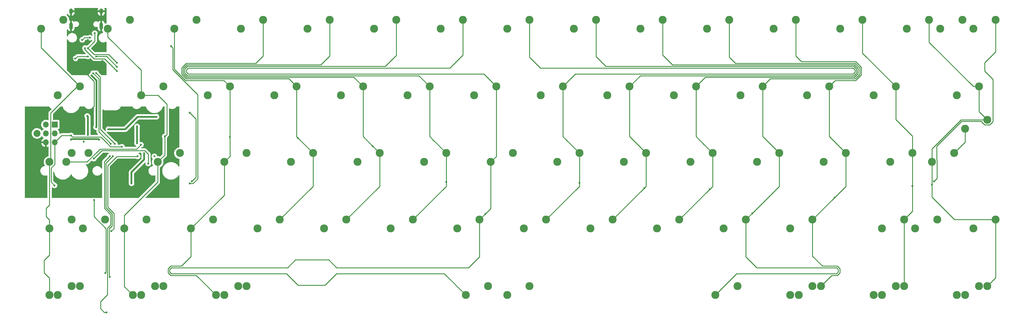
<source format=gbr>
G04 #@! TF.GenerationSoftware,KiCad,Pcbnew,(5.99.0-10216-g675444a646)*
G04 #@! TF.CreationDate,2021-04-25T23:19:06+08:00*
G04 #@! TF.ProjectId,plain60-flex-edition,706c6169-6e36-4302-9d66-6c65782d6564,rev?*
G04 #@! TF.SameCoordinates,Original*
G04 #@! TF.FileFunction,Copper,L1,Top*
G04 #@! TF.FilePolarity,Positive*
%FSLAX46Y46*%
G04 Gerber Fmt 4.6, Leading zero omitted, Abs format (unit mm)*
G04 Created by KiCad (PCBNEW (5.99.0-10216-g675444a646)) date 2021-04-25 23:19:06*
%MOMM*%
%LPD*%
G01*
G04 APERTURE LIST*
G04 #@! TA.AperFunction,ComponentPad*
%ADD10C,2.286000*%
G04 #@! TD*
G04 #@! TA.AperFunction,ComponentPad*
%ADD11C,2.000000*%
G04 #@! TD*
G04 #@! TA.AperFunction,ComponentPad*
%ADD12O,1.000000X2.100000*%
G04 #@! TD*
G04 #@! TA.AperFunction,ComponentPad*
%ADD13O,1.000000X1.600000*%
G04 #@! TD*
G04 #@! TA.AperFunction,ComponentPad*
%ADD14R,1.700000X1.700000*%
G04 #@! TD*
G04 #@! TA.AperFunction,ComponentPad*
%ADD15O,1.700000X1.700000*%
G04 #@! TD*
G04 #@! TA.AperFunction,ViaPad*
%ADD16C,0.600000*%
G04 #@! TD*
G04 #@! TA.AperFunction,Conductor*
%ADD17C,0.250000*%
G04 #@! TD*
G04 #@! TA.AperFunction,Conductor*
%ADD18C,0.500000*%
G04 #@! TD*
G04 APERTURE END LIST*
D10*
X78740000Y-23495000D03*
X72390000Y-26035000D03*
X97790000Y-23495000D03*
X91440000Y-26035000D03*
X154940000Y-23495000D03*
X148590000Y-26035000D03*
X173990000Y-23495000D03*
X167640000Y-26035000D03*
X40640000Y-23495000D03*
X34290000Y-26035000D03*
X135890000Y-23495000D03*
X129540000Y-26035000D03*
X116840000Y-23495000D03*
X110490000Y-26035000D03*
X59690000Y-23495000D03*
X53340000Y-26035000D03*
X16827500Y-23495000D03*
X10477500Y-26035000D03*
X269240000Y-4445000D03*
X262890000Y-6985000D03*
X145415000Y-4445000D03*
X139065000Y-6985000D03*
X183515000Y-4445000D03*
X177165000Y-6985000D03*
X259715000Y-4445000D03*
X253365000Y-6985000D03*
X88265000Y-4445000D03*
X81915000Y-6985000D03*
X240665000Y-4445000D03*
X234315000Y-6985000D03*
X221615000Y-4445000D03*
X215265000Y-6985000D03*
X202565000Y-4445000D03*
X196215000Y-6985000D03*
X164465000Y-4445000D03*
X158115000Y-6985000D03*
X126365000Y-4445000D03*
X120015000Y-6985000D03*
X107315000Y-4445000D03*
X100965000Y-6985000D03*
X69215000Y-4445000D03*
X62865000Y-6985000D03*
X31115000Y-4445000D03*
X24765000Y-6985000D03*
X12065000Y-4445000D03*
X5715000Y-6985000D03*
X50165000Y-4445000D03*
X43815000Y-6985000D03*
X40640000Y-80645000D03*
X34290000Y-83185000D03*
X204946250Y-80645000D03*
X198596250Y-83185000D03*
X150177500Y-61595000D03*
X143827500Y-64135000D03*
X252571460Y-61595056D03*
X246221460Y-64135056D03*
X14446250Y-42545000D03*
X8096250Y-45085000D03*
X226377500Y-61595000D03*
X220027500Y-64135000D03*
X169227500Y-61595000D03*
X162877500Y-64135000D03*
X207327500Y-61595000D03*
X200977500Y-64135000D03*
X131127500Y-61595000D03*
X124777500Y-64135000D03*
X188277500Y-61595000D03*
X181927500Y-64135000D03*
X16827500Y-80645000D03*
X10477500Y-83185000D03*
X14446250Y-61595000D03*
X8096250Y-64135000D03*
X278765000Y-4445000D03*
X272415000Y-6985000D03*
X276383750Y-80645072D03*
X270033750Y-83185072D03*
X252571250Y-80645000D03*
X246221250Y-83185000D03*
X250190000Y-23495000D03*
X243840000Y-26035000D03*
X54927500Y-61595000D03*
X48577500Y-64135000D03*
X193040000Y-23495000D03*
X186690000Y-26035000D03*
X121602500Y-42545000D03*
X115252500Y-45085000D03*
X64452500Y-42545000D03*
X58102500Y-45085000D03*
X62071250Y-80645000D03*
X55721250Y-83185000D03*
X266858750Y-42545000D03*
X260508750Y-45085000D03*
X228758750Y-80645000D03*
X222408750Y-83185000D03*
X278765000Y-61595000D03*
X272415000Y-64135000D03*
X178752500Y-42545000D03*
X172402500Y-45085000D03*
X14446250Y-80645000D03*
X8096250Y-83185000D03*
X274002500Y-23495000D03*
X267652500Y-26035000D03*
X231140000Y-23495000D03*
X224790000Y-26035000D03*
X64452500Y-80645000D03*
X58102500Y-83185000D03*
X93027500Y-61595000D03*
X86677500Y-64135000D03*
X83502500Y-42545000D03*
X77152500Y-45085000D03*
X35877500Y-61595000D03*
X29527500Y-64135000D03*
X254952500Y-42545000D03*
X248602500Y-45085000D03*
X159702500Y-42545000D03*
X153352500Y-45085000D03*
X102552500Y-42545000D03*
X96202500Y-45085000D03*
X45402500Y-42545000D03*
X39052500Y-45085000D03*
X197802500Y-42545000D03*
X191452500Y-45085000D03*
X23971250Y-61595000D03*
X17621250Y-64135000D03*
X235902500Y-42545000D03*
X229552500Y-45085000D03*
X216852500Y-42545000D03*
X210502500Y-45085000D03*
X212090000Y-23495000D03*
X205740000Y-26035000D03*
X140652500Y-42545000D03*
X134302500Y-45085000D03*
X19208750Y-42545000D03*
X12858750Y-45085000D03*
X112077500Y-61595000D03*
X105727500Y-64135000D03*
X250190000Y-80645000D03*
X243840000Y-83185000D03*
X38258750Y-80645000D03*
X31908750Y-83185000D03*
X73977500Y-61595000D03*
X67627500Y-64135000D03*
X226377500Y-80645000D03*
X220027500Y-83185000D03*
X274002728Y-80645072D03*
X267652728Y-83185072D03*
X262096468Y-61595000D03*
X255746468Y-64135000D03*
X133508750Y-80645000D03*
X127158750Y-83185000D03*
X145415000Y-80645000D03*
X139065000Y-83185000D03*
X276383980Y-33020000D03*
X270033980Y-35560000D03*
D11*
X4524382Y-36909406D03*
D12*
X22888000Y-6160000D03*
X14248000Y-6160000D03*
D13*
X22888000Y-1980000D03*
X14248000Y-1980000D03*
D14*
X9604382Y-34369406D03*
D15*
X7064382Y-34369406D03*
X9604382Y-36909406D03*
X7064382Y-36909406D03*
X9604382Y-39449406D03*
X7064382Y-39449406D03*
D16*
X232687887Y-55284613D03*
X209137250Y-59785250D03*
X132746750Y-59975750D03*
X40481284Y-35123467D03*
X32146902Y-38695345D03*
X20835955Y-55959422D03*
X19050016Y-10150008D03*
X14287512Y-35123467D03*
X19050016Y-50601605D03*
X16668764Y-35123467D03*
X27384398Y-38100032D03*
X24080489Y-76881145D03*
X17859390Y-39290658D03*
X29170337Y-46434414D03*
X25598459Y-53578170D03*
X33932841Y-54173483D03*
X19645329Y-30340650D03*
X16668764Y-36939093D03*
X42624414Y-42862536D03*
X14678135Y-15478138D03*
X23217207Y-16162513D03*
X43457849Y-32742215D03*
X37504719Y-42267223D03*
X22621894Y-45243788D03*
X23812520Y-16668764D03*
X33128754Y-34914693D03*
X19050016Y-37340647D03*
X33128754Y-39677197D03*
X31551589Y-51196918D03*
X14287512Y-38695345D03*
X20135603Y-20346163D03*
X21546884Y-31603126D03*
X38100032Y-43457849D03*
X35183552Y-42564329D03*
X22263602Y-38695345D03*
X18881229Y-31928125D03*
X24943891Y-35718780D03*
X21431268Y-35123467D03*
X38695345Y-32146902D03*
X48220353Y-51265666D03*
X42853162Y-11915634D03*
X48815666Y-50640666D03*
X48210979Y-30965650D03*
X20776434Y-44112683D03*
X36357881Y-45525698D03*
X33337528Y-43457849D03*
X25780499Y-64889117D03*
X24407833Y-88106324D03*
X25351828Y-43415908D03*
X34250052Y-40139041D03*
X41076597Y-37766342D03*
X59690000Y-37941332D03*
X79117081Y-38159580D03*
X100548341Y-40540840D03*
X121602500Y-50760253D03*
X159702500Y-51038302D03*
X178216771Y-52605728D03*
X196969123Y-52903377D03*
X254952500Y-51950767D03*
X260508750Y-51553887D03*
X261133750Y-50640666D03*
X27384398Y-17859390D03*
X17475016Y-10120321D03*
X19645329Y-9525008D03*
X21431268Y-14912512D03*
X18250013Y-12501573D03*
X27384398Y-19050016D03*
X28821654Y-40727915D03*
X14287512Y-37504719D03*
X9525008Y-51792231D03*
X19050016Y-14882825D03*
X19050016Y-12501573D03*
X27384398Y-16668764D03*
X15478138Y-15478138D03*
X21033763Y-8243619D03*
X20589324Y-19687270D03*
X25598459Y-39856284D03*
X26789085Y-39885971D03*
X21431268Y-19645329D03*
X26193772Y-43457849D03*
X25360337Y-77986003D03*
D17*
X58102500Y-54610000D02*
X48577500Y-64135000D01*
X58102500Y-45085000D02*
X58102500Y-54610000D01*
X83502500Y-42545000D02*
X83502500Y-52070000D01*
X83502500Y-52070000D02*
X73977500Y-61595000D01*
X102552500Y-42545000D02*
X102552500Y-52070000D01*
X102552500Y-52070000D02*
X93027500Y-61595000D01*
X121602500Y-50760253D02*
X121602500Y-52070000D01*
X121602500Y-52070000D02*
X112077500Y-61595000D01*
X134302500Y-45085000D02*
X134302500Y-53816408D01*
X134302500Y-56316497D02*
X134302500Y-58420000D01*
X134302500Y-53816408D02*
X134302500Y-56316497D01*
X159702500Y-42545000D02*
X159702500Y-51038302D01*
X159702500Y-51038302D02*
X159702500Y-52070000D01*
X159702500Y-52070000D02*
X150177500Y-61595000D01*
X178752500Y-42545000D02*
X178752500Y-52070000D01*
X178752500Y-52070000D02*
X178216771Y-52605728D01*
X197802500Y-42545000D02*
X197802500Y-52070000D01*
X197802500Y-52070000D02*
X196969123Y-52903377D01*
X216852500Y-42545000D02*
X216852500Y-52070000D01*
X213042566Y-55879934D02*
X209137250Y-59785250D01*
X215721474Y-53201025D02*
X213042566Y-55879934D01*
X216852500Y-52070000D02*
X215721474Y-53201025D01*
X235902500Y-42545000D02*
X235902500Y-52070000D01*
X235902500Y-52070000D02*
X235069139Y-52903361D01*
X235069139Y-52903361D02*
X232687887Y-55284613D01*
X254952500Y-42545000D02*
X254952500Y-37663255D01*
X254952500Y-42545000D02*
X254952500Y-51950767D01*
X260508750Y-45085000D02*
X260508750Y-51553887D01*
X260508750Y-45085000D02*
X260508750Y-41314941D01*
X261937720Y-44341328D02*
X261937720Y-40522381D01*
X261976751Y-44609444D02*
X261976751Y-44380359D01*
X261976751Y-44380359D02*
X261937720Y-44341328D01*
X261976751Y-44609444D02*
X261976751Y-49797665D01*
X261976751Y-49797665D02*
X261133750Y-50640666D01*
X260508750Y-41314941D02*
X268803691Y-33020000D01*
X232687887Y-55284613D02*
X226377500Y-61595000D01*
X209137250Y-59785250D02*
X207327500Y-61595000D01*
X132746750Y-59975750D02*
X131127500Y-61595000D01*
X134302500Y-58420000D02*
X132746750Y-59975750D01*
X24255479Y-76706155D02*
X24080489Y-76881145D01*
X14678135Y-15478138D02*
X14678135Y-15868761D01*
X24255479Y-64141450D02*
X20835955Y-60721926D01*
X19050016Y-10150008D02*
X18484390Y-10715634D01*
X20835955Y-29150024D02*
X19645329Y-30340650D01*
X20835955Y-60721926D02*
X20835955Y-55959422D01*
X20835955Y-22026581D02*
X20835955Y-29150024D01*
X14678135Y-15868761D02*
X20835955Y-22026581D01*
X24255479Y-64141450D02*
X24255479Y-76706155D01*
D18*
X14287512Y-38695345D02*
X14442200Y-38540657D01*
X31551589Y-47982231D02*
X35183552Y-44350268D01*
X21546884Y-35007851D02*
X21431268Y-35123467D01*
X21546884Y-31603126D02*
X21546884Y-29650034D01*
X31551589Y-50006292D02*
X31551589Y-51196918D01*
X38695345Y-32146902D02*
X33337528Y-32146902D01*
X31551589Y-51196918D02*
X31551589Y-47982231D01*
X33337528Y-32146902D02*
X32742215Y-32742215D01*
X19050016Y-37340647D02*
X19050016Y-32096912D01*
X19050016Y-32096912D02*
X18881229Y-31928125D01*
X14442200Y-38540657D02*
X22108914Y-38540657D01*
X20796026Y-21003974D02*
X20793414Y-21003974D01*
X20796026Y-21003974D02*
X20136668Y-20344616D01*
X20793414Y-21003974D02*
X20135603Y-20346163D01*
X35183552Y-44350268D02*
X35183552Y-42564329D01*
X29765650Y-35718780D02*
X32742215Y-32742215D01*
X21546884Y-31603126D02*
X21546884Y-32626598D01*
X24943891Y-35718780D02*
X29765650Y-35718780D01*
X21546884Y-29650034D02*
X21546884Y-21754832D01*
X22108914Y-38540657D02*
X22263602Y-38695345D01*
X33128754Y-34914693D02*
X33128754Y-39677197D01*
X21546884Y-21754832D02*
X20796026Y-21003974D01*
X21546884Y-29650034D02*
X21546884Y-35007851D01*
D17*
X50456302Y-33192225D02*
X50456302Y-25818855D01*
X43364990Y-12427462D02*
X42853162Y-11915634D01*
X50456302Y-25818855D02*
X43364990Y-18727543D01*
X50456302Y-33192225D02*
X50456302Y-32285971D01*
X49115667Y-51265667D02*
X50456302Y-49925032D01*
X50456302Y-49925032D02*
X50456302Y-33192225D01*
X48220353Y-51265666D02*
X49115667Y-51265667D01*
X43364990Y-18727543D02*
X43364990Y-12427462D01*
X50006292Y-42862536D02*
X50006292Y-32760963D01*
X50006292Y-32760963D02*
X48210979Y-30965650D01*
X50006292Y-49450040D02*
X50006292Y-42862536D01*
X48815666Y-50640666D02*
X50006292Y-49450040D01*
X29026052Y-41816195D02*
X28430739Y-41816195D01*
X36357881Y-45525698D02*
X36357881Y-42813656D01*
X33481813Y-41816195D02*
X32886500Y-41816195D01*
X29026052Y-41816195D02*
X32886500Y-41816195D01*
X35360420Y-41816195D02*
X34741060Y-41816195D01*
X36357881Y-42813656D02*
X35360420Y-41816195D01*
X26338057Y-41816195D02*
X23072922Y-41816195D01*
X23072922Y-41816195D02*
X20776434Y-44112683D01*
X33481813Y-41816195D02*
X34741060Y-41816195D01*
X28430739Y-41816195D02*
X26338057Y-41816195D01*
X266858750Y-42545000D02*
X270033980Y-39369770D01*
X270033980Y-39369770D02*
X270033980Y-35560000D01*
X26498479Y-59753813D02*
X25085340Y-58340674D01*
X27354710Y-43487537D02*
X33307840Y-43487537D01*
X25085340Y-58340674D02*
X24712540Y-57967874D01*
X33307840Y-43487537D02*
X33337528Y-43457849D01*
X24712540Y-46129707D02*
X27354710Y-43487537D01*
X24712540Y-57967874D02*
X24712540Y-46129707D01*
X25780499Y-64889117D02*
X26498479Y-64171137D01*
X26498479Y-64171137D02*
X26498479Y-59753813D01*
X24407833Y-88106324D02*
X23771402Y-88106324D01*
X25598459Y-60126613D02*
X25598459Y-63103178D01*
X24705489Y-63996147D02*
X24705489Y-83046165D01*
X23812520Y-44955216D02*
X25351828Y-43415908D01*
X23812520Y-45243788D02*
X23812520Y-46434414D01*
X23812520Y-46434414D02*
X23812520Y-58340675D01*
X23771402Y-88106324D02*
X22736491Y-87071413D01*
X24705489Y-83046165D02*
X23812520Y-83939133D01*
X22736491Y-87071413D02*
X22736491Y-85015162D01*
X25300802Y-59828957D02*
X25598459Y-60126613D01*
X22736491Y-85015162D02*
X23812520Y-83939133D01*
X23812520Y-45243788D02*
X23812520Y-44955216D01*
X23812520Y-45184412D02*
X23812520Y-45243788D01*
X23812520Y-58340675D02*
X25300802Y-59828957D01*
X25598459Y-63103178D02*
X24705489Y-63996147D01*
X5715000Y-6985000D02*
X5715000Y-12382500D01*
X8429381Y-31093453D02*
X10025322Y-29497512D01*
X6548443Y-76795377D02*
X8096250Y-78343184D01*
X8096250Y-71675692D02*
X6548443Y-73223499D01*
X33022908Y-41366185D02*
X34250052Y-40139041D01*
X16027834Y-23495000D02*
X16827500Y-23495000D01*
X8096250Y-45085000D02*
X8096250Y-57388180D01*
X27673986Y-41366185D02*
X22560207Y-41366185D01*
X8429381Y-44751869D02*
X8429381Y-31093453D01*
X8096250Y-57388180D02*
X7143756Y-58340674D01*
X7143756Y-60721926D02*
X8096250Y-61674420D01*
X22560207Y-41366185D02*
X21842875Y-42083517D01*
X18841392Y-45085000D02*
X17105289Y-45085000D01*
X12858750Y-45085000D02*
X17105289Y-45085000D01*
X7143756Y-58340674D02*
X7143756Y-60721926D01*
X5715000Y-12382500D02*
X16827500Y-23495000D01*
X6548443Y-73223499D02*
X6548443Y-76795377D01*
X29459925Y-41366185D02*
X27673986Y-41366185D01*
X8096250Y-61674420D02*
X8096250Y-64135000D01*
X10025322Y-29497512D02*
X16027834Y-23495000D01*
X8096250Y-45085000D02*
X8429381Y-44751869D01*
X21842875Y-42083517D02*
X18841392Y-45085000D01*
X8096250Y-64135000D02*
X8096250Y-71675692D01*
X8096250Y-78343184D02*
X8096250Y-83185000D01*
X29459925Y-41366185D02*
X33022908Y-41366185D01*
X24765000Y-9286862D02*
X34290000Y-18811862D01*
X41076597Y-27979711D02*
X39885971Y-26789085D01*
X39131886Y-26035000D02*
X39885971Y-26789085D01*
X34290000Y-18811862D02*
X34290000Y-26035000D01*
X34290000Y-26035000D02*
X39131886Y-26035000D01*
X29527500Y-64135000D02*
X29527500Y-60364763D01*
X41076597Y-37766342D02*
X41671910Y-37171029D01*
X24765000Y-6985000D02*
X24765000Y-9286862D01*
X29527500Y-80803750D02*
X31908750Y-83185000D01*
X41076597Y-43060903D02*
X39052500Y-45085000D01*
X39052500Y-50839763D02*
X39052500Y-50244450D01*
X29527500Y-64135000D02*
X29527500Y-80803750D01*
X41076597Y-37766342D02*
X41076597Y-43060903D01*
X41671910Y-28575024D02*
X41076597Y-27979711D01*
X29527500Y-60364763D02*
X39052500Y-50839763D01*
X41671910Y-37171029D02*
X41671910Y-28575024D01*
X39052500Y-45085000D02*
X39052500Y-50244450D01*
X42031979Y-76767287D02*
X42789776Y-77525084D01*
X57930975Y-21735975D02*
X59690000Y-23495000D01*
X59690000Y-23495000D02*
X59690000Y-31710289D01*
X45839101Y-74875044D02*
X42791123Y-74875045D01*
X59690000Y-37941332D02*
X59690000Y-43497500D01*
X42789776Y-77525084D02*
X50061334Y-77525084D01*
X50061334Y-77525084D02*
X55721250Y-83185000D01*
X43815000Y-6985000D02*
X43815000Y-18541143D01*
X59690000Y-31710289D02*
X59690000Y-37941332D01*
X48577500Y-64135000D02*
X48577500Y-72136645D01*
X42791123Y-74875045D02*
X42031979Y-75634189D01*
X47009832Y-21735975D02*
X57930975Y-21735975D01*
X48577500Y-72136645D02*
X45839101Y-74875044D01*
X43815000Y-18541143D02*
X47009832Y-21735975D01*
X42031979Y-75634189D02*
X42031979Y-76767287D01*
X59690000Y-43497500D02*
X58102500Y-45085000D01*
X69215000Y-14724133D02*
X67125066Y-16814067D01*
X78740000Y-31988218D02*
X78740000Y-32900899D01*
X78740000Y-23495000D02*
X76530965Y-21285965D01*
X69215000Y-4445000D02*
X69215000Y-14724133D01*
X67125066Y-16814067D02*
X47192579Y-16814068D01*
X78740000Y-37782500D02*
X79117081Y-38159580D01*
X47196232Y-21285965D02*
X46590318Y-20680051D01*
X79117081Y-38159580D02*
X83502500Y-42545000D01*
X45895189Y-19984922D02*
X46590318Y-20680051D01*
X45895187Y-18111462D02*
X45895189Y-19984922D01*
X76530965Y-21285965D02*
X47196232Y-21285965D01*
X78740000Y-23495000D02*
X78740000Y-31988218D01*
X47192579Y-16814068D02*
X45895187Y-18111462D01*
X78740000Y-32900899D02*
X78740000Y-37782500D01*
X97790000Y-32583547D02*
X97790000Y-37782500D01*
X46345198Y-19798521D02*
X47382632Y-20835955D01*
X88265000Y-14724149D02*
X85725072Y-17264077D01*
X47378980Y-17264077D02*
X46345196Y-18297861D01*
X100548341Y-40540840D02*
X102552500Y-42545000D01*
X85725072Y-17264077D02*
X47378980Y-17264077D01*
X88265000Y-4445000D02*
X88265000Y-14724149D01*
X47382632Y-20835955D02*
X95130955Y-20835955D01*
X97790000Y-23495000D02*
X97790000Y-32583547D01*
X95130955Y-20835955D02*
X97790000Y-23495000D01*
X46345196Y-18297861D02*
X46345198Y-19798521D01*
X97790000Y-37782500D02*
X100548341Y-40540840D01*
X47554478Y-17724989D02*
X46795206Y-18484261D01*
X121602500Y-42545000D02*
X121602500Y-50760253D01*
X107315000Y-4445000D02*
X107315000Y-14589763D01*
X116840000Y-37782500D02*
X117812410Y-38754909D01*
X48085839Y-20375156D02*
X113720156Y-20375156D01*
X107315000Y-14589763D02*
X104179775Y-17724988D01*
X116840000Y-23495000D02*
X116840000Y-37782500D01*
X46795206Y-18484261D02*
X46795206Y-19284537D01*
X104179775Y-17724988D02*
X47554478Y-17724989D01*
X117812410Y-38754909D02*
X121602500Y-42545000D01*
X46795206Y-19284537D02*
X46795207Y-19612120D01*
X113720156Y-20375156D02*
X116840000Y-23495000D01*
X46795207Y-19612120D02*
X47558243Y-20375156D01*
X47558243Y-20375156D02*
X48085839Y-20375156D01*
X42481989Y-75820589D02*
X42481989Y-76580887D01*
X42976176Y-77075074D02*
X75884448Y-77075074D01*
X42481989Y-76580887D02*
X42976176Y-77075074D01*
X135890000Y-43497500D02*
X134302500Y-45085000D01*
X76200064Y-75325054D02*
X42977524Y-75325054D01*
X47740879Y-18174998D02*
X47245216Y-18670661D01*
X90207879Y-77075074D02*
X86915698Y-80367255D01*
X47744643Y-19925146D02*
X132320146Y-19925146D01*
X122634478Y-18174998D02*
X47740879Y-18174998D01*
X47245216Y-18670661D02*
X47245216Y-19425719D01*
X47245216Y-19425719D02*
X47744643Y-19925146D01*
X126365000Y-14444476D02*
X122634478Y-18174998D01*
X87977879Y-73095054D02*
X78430064Y-73095054D01*
X79176629Y-80367255D02*
X85129759Y-80367255D01*
X131127500Y-61595000D02*
X131127500Y-72189852D01*
X75884448Y-77075074D02*
X79176629Y-80367255D01*
X91362586Y-77075074D02*
X121048824Y-77075074D01*
X135890000Y-23495000D02*
X135890000Y-43497500D01*
X86915698Y-80367255D02*
X85129759Y-80367255D01*
X90207882Y-75325057D02*
X87977879Y-73095054D01*
X131127500Y-72189852D02*
X127992295Y-75325057D01*
X42977524Y-75325054D02*
X42481989Y-75820589D01*
X126365000Y-4445000D02*
X126365000Y-14444476D01*
X121048824Y-77075074D02*
X127158750Y-83185000D01*
X127992295Y-75325057D02*
X90207882Y-75325057D01*
X132320146Y-19925146D02*
X135890000Y-23495000D01*
X78430064Y-73095054D02*
X76200064Y-75325054D01*
X91362586Y-77075074D02*
X90207879Y-77075074D01*
X148536918Y-18163371D02*
X237726363Y-18163371D01*
X154940000Y-37782500D02*
X155912426Y-38754925D01*
X238506397Y-18835900D02*
X238506397Y-19264132D01*
X238010733Y-19925146D02*
X238506397Y-19429482D01*
X237995344Y-18163371D02*
X237726363Y-18163371D01*
X238506397Y-19429482D02*
X238506397Y-19264132D01*
X145415000Y-15041453D02*
X148536918Y-18163371D01*
X238506397Y-18835900D02*
X238506397Y-18674424D01*
X155912426Y-38754925D02*
X159702500Y-42545000D01*
X154940000Y-23495000D02*
X154940000Y-37782500D01*
X145415000Y-4445000D02*
X145415000Y-15041453D01*
X154940000Y-23495000D02*
X158509854Y-19925146D01*
X238506397Y-18674424D02*
X237995344Y-18163371D01*
X158509854Y-19925146D02*
X238010733Y-19925146D01*
X238956407Y-19615882D02*
X238197133Y-20375156D01*
X238197133Y-20375156D02*
X177109844Y-20375156D01*
X238181745Y-17713362D02*
X238956407Y-18488024D01*
X164465000Y-14895408D02*
X167282953Y-17713361D01*
X164465000Y-4445000D02*
X164465000Y-14895408D01*
X175855403Y-39647903D02*
X178752500Y-42545000D01*
X173990000Y-37782500D02*
X175855403Y-39647903D01*
X167282953Y-17713361D02*
X238181745Y-17713362D01*
X177109844Y-20375156D02*
X173990000Y-23495000D01*
X173990000Y-23495000D02*
X173990000Y-37782500D01*
X178216771Y-52605728D02*
X169227500Y-61595000D01*
X238956407Y-18488024D02*
X238956407Y-19615882D01*
X238368146Y-17263353D02*
X239406417Y-18301624D01*
X195203068Y-39945567D02*
X197802500Y-42545000D01*
X186332969Y-17263352D02*
X238368146Y-17263353D01*
X183515000Y-14445383D02*
X186332969Y-17263352D01*
X195699045Y-20835955D02*
X193040000Y-23495000D01*
X193040000Y-37782500D02*
X195203068Y-39945567D01*
X196969123Y-52903377D02*
X188277500Y-61595000D01*
X183515000Y-4445000D02*
X183515000Y-14445383D01*
X239406417Y-18301624D02*
X239406416Y-19802283D01*
X238372744Y-20835955D02*
X195699045Y-20835955D01*
X193040000Y-23495000D02*
X193040000Y-37782500D01*
X239406416Y-19802283D02*
X238372744Y-20835955D01*
X204706183Y-77075067D02*
X233248330Y-77075067D01*
X239856425Y-19988684D02*
X238864833Y-20980275D01*
X233743923Y-76579474D02*
X233743923Y-75824416D01*
X233743923Y-75824416D02*
X233244500Y-75324993D01*
X212090000Y-37782500D02*
X216852500Y-42545000D01*
X233244500Y-75324993D02*
X231892312Y-75324993D01*
X207327500Y-72191449D02*
X210461092Y-75325041D01*
X210461092Y-75325041D02*
X231892312Y-75324993D01*
X204336938Y-16813343D02*
X238554547Y-16813344D01*
X198596250Y-83185000D02*
X204706183Y-77075067D01*
X202565000Y-15041405D02*
X204336938Y-16813343D01*
X214299035Y-21285965D02*
X212090000Y-23495000D01*
X239856426Y-18115225D02*
X239856425Y-19988684D01*
X212090000Y-23495000D02*
X212090000Y-37782500D01*
X237979897Y-21285965D02*
X238559143Y-21285965D01*
X238554547Y-16813344D02*
X239856426Y-18115225D01*
X233248330Y-77075067D02*
X233743923Y-76579474D01*
X202565000Y-4445000D02*
X202565000Y-15041405D01*
X238559143Y-21285965D02*
X238864833Y-20980275D01*
X237979897Y-21285965D02*
X214299035Y-21285965D01*
X207327500Y-61595000D02*
X207327500Y-72191449D01*
X234193933Y-76765874D02*
X233434730Y-77525077D01*
X221615000Y-14735959D02*
X223242375Y-16363334D01*
X238745543Y-21735975D02*
X232899025Y-21735975D01*
X226377500Y-61595000D02*
X226377500Y-72056987D01*
X234193933Y-75638016D02*
X234193933Y-76765874D01*
X226377500Y-72056987D02*
X229195503Y-74874990D01*
X232899025Y-21735975D02*
X231140000Y-23495000D01*
X223242375Y-16363334D02*
X238740948Y-16363336D01*
X233434730Y-77525077D02*
X231878673Y-77525077D01*
X221615000Y-4445000D02*
X221615000Y-14735959D01*
X240306433Y-20175085D02*
X238745543Y-21735975D01*
X240306435Y-17928826D02*
X240306433Y-20175085D01*
X231705912Y-74874983D02*
X233430901Y-74874984D01*
X229195503Y-74874990D02*
X231705912Y-74874983D01*
X231140000Y-37782500D02*
X235902500Y-42545000D01*
X233430901Y-74874984D02*
X234193933Y-75638016D01*
X238740948Y-16363336D02*
X240306435Y-17928826D01*
X231878673Y-77525077D02*
X228758750Y-80645000D01*
X231140000Y-23495000D02*
X231140000Y-37782500D01*
X254952500Y-51950767D02*
X254952500Y-52546080D01*
X240665000Y-4445000D02*
X240665000Y-13970000D01*
X240665000Y-13970000D02*
X250190000Y-23495000D01*
X252571460Y-80644790D02*
X252571250Y-80645000D01*
X254952500Y-59214016D02*
X252571460Y-61595056D01*
X254952500Y-52546080D02*
X254952500Y-59214016D01*
X252571460Y-61595056D02*
X252571460Y-80644790D01*
X250190000Y-32900755D02*
X250190000Y-31393049D01*
X254952500Y-37663255D02*
X250190000Y-32900755D01*
X250190000Y-23495000D02*
X250190000Y-31393049D01*
X259715000Y-10823946D02*
X272386054Y-23495000D01*
X260508750Y-52030575D02*
X260508750Y-55125765D01*
X259715000Y-4445000D02*
X259715000Y-10823946D01*
X260508750Y-51553887D02*
X260508750Y-52030575D01*
X278765000Y-78263822D02*
X276383750Y-80645072D01*
X266977985Y-61595000D02*
X278765000Y-61595000D01*
X278765000Y-61595000D02*
X278765000Y-78263822D01*
X274002500Y-23495000D02*
X274002500Y-30638520D01*
X274002500Y-30638520D02*
X276383980Y-33020000D01*
X260508750Y-55125765D02*
X266977985Y-61595000D01*
X268803691Y-33020000D02*
X276383980Y-33020000D01*
X272386054Y-23495000D02*
X274002500Y-23495000D01*
X268990091Y-33470010D02*
X274571775Y-33470010D01*
X275589766Y-34488001D02*
X277088621Y-34488001D01*
X274571775Y-33470010D02*
X275589766Y-34488001D01*
X278011171Y-33565451D02*
X278011171Y-21431268D01*
X278011171Y-21431268D02*
X275629919Y-19050016D01*
X275629919Y-16668764D02*
X278765000Y-13533683D01*
X277088621Y-34488001D02*
X278011171Y-33565451D01*
X275629919Y-19050016D02*
X275629919Y-16668764D01*
X263744207Y-38715894D02*
X268990091Y-33470010D01*
X261937720Y-40522381D02*
X263744207Y-38715894D01*
X278765000Y-13533683D02*
X278765000Y-4445000D01*
X21490643Y-14853137D02*
X24378145Y-14853137D01*
X24378145Y-14853137D02*
X27384398Y-17859390D01*
X18070329Y-9525008D02*
X17475016Y-10120321D01*
X21431268Y-14912512D02*
X21490643Y-14853137D01*
X19645329Y-9525008D02*
X18070329Y-9525008D01*
X18250013Y-12501573D02*
X18250013Y-12925837D01*
X18250013Y-12925837D02*
X20861689Y-15537513D01*
X25598459Y-17264077D02*
X23871895Y-15537513D01*
X27384398Y-19050016D02*
X25598459Y-17264077D01*
X23871895Y-15537513D02*
X22085956Y-15537513D01*
X20861689Y-15537513D02*
X22085956Y-15537513D01*
X9604382Y-45749511D02*
X9519900Y-45833993D01*
X14748440Y-37965647D02*
X14287512Y-37504719D01*
X24266579Y-39449406D02*
X24555488Y-39738316D01*
X8546260Y-46807633D02*
X9519900Y-45833993D01*
X8546260Y-47836918D02*
X8546260Y-50813483D01*
X9604382Y-39449406D02*
X9604382Y-45749511D01*
X22782819Y-37965647D02*
X14748440Y-37965647D01*
X23364862Y-38547690D02*
X24555488Y-39738316D01*
X23364862Y-38547690D02*
X22782819Y-37965647D01*
X11549069Y-37504719D02*
X14287512Y-37504719D01*
X8546260Y-47836918D02*
X8546260Y-46807633D01*
X25545088Y-40727915D02*
X25947141Y-40727915D01*
X28821654Y-40727915D02*
X25947141Y-40727915D01*
X8546260Y-50813483D02*
X9525008Y-51792231D01*
X24555488Y-39738316D02*
X25545088Y-40727915D01*
X9604382Y-39449406D02*
X11549069Y-37504719D01*
X20240642Y-13692199D02*
X20835955Y-14287512D01*
X20538298Y-11013290D02*
X19050016Y-12501573D01*
X25003146Y-14287512D02*
X27384398Y-16668764D01*
X19050016Y-14882825D02*
X16073451Y-14882825D01*
X19050016Y-12501573D02*
X20240642Y-13692199D01*
X21033763Y-10517825D02*
X20538298Y-11013290D01*
X16073451Y-14882825D02*
X15478138Y-15478138D01*
X21033763Y-8243619D02*
X21033763Y-10517825D01*
X20835955Y-14287512D02*
X25003146Y-14287512D01*
X20589324Y-19687270D02*
X22171884Y-21269830D01*
X22171884Y-36429709D02*
X25598459Y-39856284D01*
X22171884Y-21269830D02*
X22171884Y-33482831D01*
X22171884Y-33482831D02*
X22171884Y-36429709D01*
X21431268Y-19645329D02*
X22026581Y-20240642D01*
X22621894Y-35718780D02*
X26789085Y-39885971D01*
X22621894Y-33932841D02*
X22621894Y-35718780D01*
X22621894Y-20835955D02*
X22621894Y-33932841D01*
X22026581Y-20240642D02*
X22621894Y-20835955D01*
X26048469Y-59940213D02*
X26048469Y-63289578D01*
X26193772Y-43457849D02*
X24262530Y-45389091D01*
X24262530Y-45389091D02*
X24262530Y-46884424D01*
X25155499Y-64182548D02*
X25155499Y-77595528D01*
X24262530Y-58154275D02*
X25619007Y-59510752D01*
X25360337Y-77986003D02*
X25155499Y-77781165D01*
X24262530Y-46884424D02*
X24262530Y-58154275D01*
X26048469Y-63289578D02*
X25784859Y-63553188D01*
X25155499Y-77781165D02*
X25155499Y-77595528D01*
X25784859Y-63553188D02*
X25155499Y-64182548D01*
X25619007Y-59510752D02*
X26048469Y-59940213D01*
G04 #@! TA.AperFunction,Conductor*
G36*
X21948282Y-1053010D02*
G01*
X21994775Y-1106666D01*
X22004879Y-1176940D01*
X21990576Y-1219708D01*
X21959884Y-1275537D01*
X21955054Y-1286806D01*
X21898998Y-1463516D01*
X21896450Y-1475503D01*
X21880393Y-1618661D01*
X21880000Y-1625685D01*
X21880000Y-1707885D01*
X21884475Y-1723124D01*
X21885865Y-1724329D01*
X21893548Y-1726000D01*
X23877885Y-1726000D01*
X23893124Y-1721525D01*
X23894329Y-1720135D01*
X23896000Y-1712452D01*
X23896000Y-1632088D01*
X23895699Y-1625940D01*
X23882309Y-1489374D01*
X23879926Y-1477339D01*
X23826346Y-1299876D01*
X23821675Y-1288542D01*
X23784253Y-1218161D01*
X23769934Y-1148623D01*
X23795482Y-1082383D01*
X23852787Y-1040470D01*
X23895505Y-1033008D01*
X24281833Y-1033008D01*
X24349954Y-1053010D01*
X24396447Y-1106666D01*
X24407833Y-1159008D01*
X24407833Y-5273099D01*
X24387831Y-5341220D01*
X24334175Y-5387713D01*
X24311248Y-5395617D01*
X24257934Y-5408417D01*
X24257927Y-5408419D01*
X24253113Y-5409575D01*
X24248542Y-5411468D01*
X24248540Y-5411469D01*
X24050593Y-5493462D01*
X23980004Y-5501051D01*
X23916517Y-5469272D01*
X23884857Y-5412290D01*
X23881708Y-5413241D01*
X23826346Y-5229876D01*
X23821671Y-5218534D01*
X23734643Y-5054856D01*
X23727856Y-5044640D01*
X23610690Y-4900981D01*
X23602046Y-4892277D01*
X23459212Y-4774114D01*
X23449041Y-4767254D01*
X23285969Y-4679082D01*
X23274670Y-4674332D01*
X23159307Y-4638620D01*
X23145205Y-4638414D01*
X23142000Y-4645170D01*
X23142000Y-6656361D01*
X23138519Y-6685775D01*
X23130049Y-6721053D01*
X23130048Y-6721059D01*
X23128894Y-6725866D01*
X23108500Y-6985000D01*
X23128894Y-7244134D01*
X23130048Y-7248941D01*
X23130049Y-7248947D01*
X23138519Y-7284225D01*
X23142000Y-7313639D01*
X23142000Y-7668052D01*
X23145973Y-7681583D01*
X23166327Y-7684509D01*
X23218591Y-7684479D01*
X23278340Y-7722829D01*
X23290596Y-7739560D01*
X23424863Y-7958666D01*
X23428073Y-7962424D01*
X23428317Y-7962710D01*
X23428376Y-7962841D01*
X23430987Y-7966435D01*
X23430232Y-7966984D01*
X23457347Y-8027500D01*
X23446742Y-8097700D01*
X23399866Y-8151022D01*
X23339331Y-8169798D01*
X23339346Y-8169920D01*
X23338673Y-8170003D01*
X23337228Y-8170451D01*
X23328721Y-8170770D01*
X23102925Y-8218147D01*
X23097969Y-8220104D01*
X23097963Y-8220106D01*
X22970979Y-8270255D01*
X22888340Y-8302891D01*
X22691100Y-8422579D01*
X22516847Y-8573788D01*
X22502843Y-8590867D01*
X22373946Y-8748067D01*
X22373942Y-8748073D01*
X22370562Y-8752195D01*
X22367923Y-8756831D01*
X22367921Y-8756834D01*
X22310893Y-8857019D01*
X22256428Y-8952700D01*
X22177709Y-9169568D01*
X22176760Y-9174817D01*
X22176759Y-9174820D01*
X22139300Y-9381973D01*
X22136655Y-9396599D01*
X22134441Y-9627301D01*
X22171129Y-9855078D01*
X22245670Y-10073418D01*
X22248220Y-10078105D01*
X22248221Y-10078107D01*
X22294555Y-10163266D01*
X22355934Y-10276076D01*
X22498767Y-10457259D01*
X22502727Y-10460830D01*
X22502728Y-10460832D01*
X22654636Y-10597850D01*
X22670085Y-10611785D01*
X22674592Y-10614640D01*
X22674595Y-10614642D01*
X22727399Y-10648088D01*
X22864990Y-10735238D01*
X22869916Y-10737294D01*
X22869917Y-10737294D01*
X23025640Y-10802274D01*
X23077909Y-10824085D01*
X23083113Y-10825282D01*
X23083114Y-10825282D01*
X23297551Y-10874592D01*
X23297556Y-10874593D01*
X23302754Y-10875788D01*
X23308082Y-10876091D01*
X23308085Y-10876091D01*
X23466323Y-10885076D01*
X23533096Y-10888868D01*
X23538403Y-10888268D01*
X23538405Y-10888268D01*
X23648797Y-10875788D01*
X23762349Y-10862951D01*
X23767470Y-10861468D01*
X23767475Y-10861467D01*
X23978839Y-10800259D01*
X23978838Y-10800259D01*
X23983957Y-10798777D01*
X23998740Y-10791615D01*
X24186780Y-10700510D01*
X24191585Y-10698182D01*
X24195924Y-10695081D01*
X24195933Y-10695076D01*
X24208576Y-10686041D01*
X24275629Y-10662709D01*
X24344652Y-10679333D01*
X24393730Y-10730634D01*
X24407833Y-10788556D01*
X24407834Y-13528012D01*
X24387832Y-13596133D01*
X24334176Y-13642626D01*
X24281834Y-13654012D01*
X21150549Y-13654012D01*
X21082428Y-13634010D01*
X21061454Y-13617107D01*
X20035015Y-12590668D01*
X20000989Y-12528356D01*
X20006054Y-12457541D01*
X20035015Y-12412478D01*
X21014236Y-11433256D01*
X21426286Y-11021207D01*
X21434364Y-11013856D01*
X21440758Y-11009798D01*
X21486618Y-10960962D01*
X21489372Y-10958121D01*
X21509701Y-10937792D01*
X21512353Y-10934372D01*
X21520060Y-10925349D01*
X21534796Y-10909657D01*
X21550320Y-10893126D01*
X21554137Y-10886182D01*
X21554141Y-10886177D01*
X21560079Y-10875375D01*
X21570935Y-10858848D01*
X21578487Y-10849112D01*
X21583346Y-10842848D01*
X21600905Y-10802272D01*
X21606126Y-10791615D01*
X21616961Y-10771906D01*
X21627425Y-10752873D01*
X21631953Y-10735238D01*
X21632462Y-10733257D01*
X21638866Y-10714553D01*
X21643762Y-10703240D01*
X21643764Y-10703233D01*
X21646911Y-10695961D01*
X21653828Y-10652290D01*
X21656235Y-10640669D01*
X21665750Y-10603607D01*
X21665750Y-10603606D01*
X21667228Y-10597850D01*
X21667263Y-10597294D01*
X21667263Y-10577373D01*
X21668814Y-10557663D01*
X21670707Y-10545711D01*
X21670707Y-10545710D01*
X21671947Y-10537881D01*
X21667822Y-10494242D01*
X21667263Y-10482385D01*
X21667263Y-8789031D01*
X21688315Y-8719304D01*
X21753402Y-8621340D01*
X21753403Y-8621338D01*
X21757303Y-8615468D01*
X21821705Y-8445928D01*
X21846946Y-8266333D01*
X21847263Y-8243619D01*
X21827047Y-8063389D01*
X21767404Y-7892117D01*
X21671298Y-7738315D01*
X21662508Y-7729463D01*
X21579295Y-7645668D01*
X21543505Y-7609628D01*
X21390378Y-7512450D01*
X21219526Y-7451613D01*
X21212534Y-7450779D01*
X21212533Y-7450779D01*
X21129484Y-7440876D01*
X21039442Y-7430139D01*
X21032439Y-7430875D01*
X21032438Y-7430875D01*
X20866084Y-7448359D01*
X20866080Y-7448360D01*
X20859076Y-7449096D01*
X20852405Y-7451367D01*
X20694062Y-7505271D01*
X20694059Y-7505272D01*
X20687392Y-7507542D01*
X20532922Y-7602572D01*
X20403346Y-7729463D01*
X20305101Y-7881908D01*
X20283721Y-7940651D01*
X20245483Y-8045708D01*
X20245482Y-8045712D01*
X20243073Y-8052331D01*
X20220342Y-8232261D01*
X20238040Y-8412755D01*
X20295286Y-8584843D01*
X20298933Y-8590865D01*
X20298934Y-8590867D01*
X20382039Y-8728090D01*
X20400263Y-8793361D01*
X20400263Y-8832228D01*
X20380261Y-8900349D01*
X20326605Y-8946842D01*
X20256331Y-8956946D01*
X20191751Y-8927452D01*
X20184867Y-8921021D01*
X20155071Y-8891017D01*
X20001944Y-8793839D01*
X19831092Y-8733002D01*
X19824100Y-8732168D01*
X19824099Y-8732168D01*
X19741050Y-8722265D01*
X19651008Y-8711528D01*
X19644005Y-8712264D01*
X19644004Y-8712264D01*
X19477650Y-8729748D01*
X19477646Y-8729749D01*
X19470642Y-8730485D01*
X19463971Y-8732756D01*
X19305628Y-8786660D01*
X19305625Y-8786661D01*
X19298958Y-8788931D01*
X19292959Y-8792621D01*
X19292958Y-8792622D01*
X19162588Y-8872826D01*
X19096566Y-8891508D01*
X18148725Y-8891508D01*
X18137811Y-8890994D01*
X18130418Y-8889341D01*
X18122493Y-8889590D01*
X18122492Y-8889590D01*
X18063445Y-8891446D01*
X18059487Y-8891508D01*
X18030751Y-8891508D01*
X18026480Y-8892047D01*
X18014651Y-8892979D01*
X17970446Y-8894369D01*
X17962830Y-8896582D01*
X17962828Y-8896582D01*
X17950990Y-8900021D01*
X17931631Y-8904030D01*
X17919408Y-8905574D01*
X17919407Y-8905574D01*
X17911541Y-8906568D01*
X17904165Y-8909488D01*
X17904166Y-8909488D01*
X17870440Y-8922840D01*
X17859211Y-8926685D01*
X17824364Y-8936809D01*
X17824363Y-8936810D01*
X17816751Y-8939021D01*
X17809928Y-8943056D01*
X17799312Y-8949334D01*
X17781560Y-8958030D01*
X17762729Y-8965486D01*
X17744313Y-8978866D01*
X17726958Y-8991475D01*
X17717040Y-8997990D01*
X17678988Y-9020494D01*
X17678570Y-9020863D01*
X17664487Y-9034946D01*
X17649462Y-9047780D01*
X17633246Y-9059562D01*
X17627151Y-9066930D01*
X17605300Y-9093343D01*
X17597310Y-9102123D01*
X17413796Y-9285637D01*
X17351484Y-9319663D01*
X17337873Y-9321852D01*
X17332107Y-9322458D01*
X17307329Y-9325062D01*
X17307327Y-9325062D01*
X17300329Y-9325798D01*
X17209912Y-9356578D01*
X17135315Y-9381973D01*
X17135312Y-9381974D01*
X17128645Y-9384244D01*
X16974175Y-9479274D01*
X16844599Y-9606165D01*
X16840788Y-9612079D01*
X16840786Y-9612081D01*
X16783118Y-9701564D01*
X16746354Y-9758610D01*
X16736456Y-9785805D01*
X16686736Y-9922410D01*
X16686735Y-9922414D01*
X16684326Y-9929033D01*
X16661595Y-10108963D01*
X16679293Y-10289457D01*
X16681517Y-10296142D01*
X16681517Y-10296143D01*
X16689358Y-10319714D01*
X16736539Y-10461545D01*
X16740186Y-10467567D01*
X16740187Y-10467569D01*
X16819088Y-10597850D01*
X16830488Y-10616674D01*
X16956472Y-10747134D01*
X16962364Y-10750989D01*
X16962368Y-10750993D01*
X17037655Y-10800259D01*
X17108227Y-10846440D01*
X17278213Y-10909657D01*
X17285194Y-10910588D01*
X17285196Y-10910589D01*
X17334782Y-10917205D01*
X17457979Y-10933643D01*
X17464990Y-10933005D01*
X17464994Y-10933005D01*
X17605075Y-10920255D01*
X17638593Y-10917205D01*
X17645295Y-10915027D01*
X17645297Y-10915027D01*
X17804377Y-10863339D01*
X17804380Y-10863338D01*
X17811076Y-10861162D01*
X17919628Y-10796452D01*
X17960805Y-10771906D01*
X17960807Y-10771905D01*
X17966857Y-10768298D01*
X18098193Y-10643229D01*
X18198556Y-10492170D01*
X18262958Y-10322630D01*
X18263938Y-10315659D01*
X18263939Y-10315654D01*
X18270780Y-10266973D01*
X18300068Y-10202299D01*
X18359672Y-10163725D01*
X18395554Y-10158508D01*
X19099442Y-10158508D01*
X19168435Y-10179076D01*
X19278540Y-10251127D01*
X19448526Y-10314344D01*
X19455507Y-10315275D01*
X19455509Y-10315276D01*
X19505095Y-10321892D01*
X19628292Y-10338330D01*
X19635303Y-10337692D01*
X19635307Y-10337692D01*
X19775388Y-10324942D01*
X19808906Y-10321892D01*
X19815608Y-10319714D01*
X19815610Y-10319714D01*
X19974690Y-10268026D01*
X19974693Y-10268025D01*
X19981389Y-10265849D01*
X19998882Y-10255421D01*
X20123782Y-10180966D01*
X20192537Y-10163266D01*
X20259946Y-10185548D01*
X20304608Y-10240737D01*
X20312343Y-10311311D01*
X20277394Y-10378290D01*
X18988795Y-11666889D01*
X18926483Y-11700915D01*
X18912871Y-11703104D01*
X18882329Y-11706314D01*
X18882327Y-11706314D01*
X18875329Y-11707050D01*
X18703645Y-11765496D01*
X18701836Y-11766609D01*
X18633604Y-11777214D01*
X18607051Y-11769215D01*
X18606628Y-11770404D01*
X18435776Y-11709567D01*
X18428784Y-11708733D01*
X18428783Y-11708733D01*
X18342463Y-11698440D01*
X18255692Y-11688093D01*
X18248689Y-11688829D01*
X18248688Y-11688829D01*
X18082334Y-11706313D01*
X18082330Y-11706314D01*
X18075326Y-11707050D01*
X18068655Y-11709321D01*
X17910312Y-11763225D01*
X17910309Y-11763226D01*
X17903642Y-11765496D01*
X17897643Y-11769186D01*
X17897642Y-11769187D01*
X17861142Y-11791642D01*
X17749172Y-11860526D01*
X17619596Y-11987417D01*
X17521351Y-12139862D01*
X17518940Y-12146487D01*
X17461733Y-12303662D01*
X17461732Y-12303666D01*
X17459323Y-12310285D01*
X17436592Y-12490215D01*
X17454290Y-12670709D01*
X17511536Y-12842797D01*
X17515183Y-12848819D01*
X17515184Y-12848821D01*
X17605485Y-12997926D01*
X17604471Y-12998540D01*
X17620864Y-13030847D01*
X17625026Y-13045174D01*
X17629035Y-13064532D01*
X17631573Y-13084625D01*
X17634489Y-13091990D01*
X17634490Y-13091994D01*
X17647850Y-13125738D01*
X17651694Y-13136965D01*
X17664027Y-13179415D01*
X17668065Y-13186243D01*
X17674336Y-13196848D01*
X17683032Y-13214599D01*
X17687571Y-13226063D01*
X17690491Y-13233437D01*
X17695152Y-13239852D01*
X17716478Y-13269204D01*
X17722996Y-13279127D01*
X17745499Y-13317178D01*
X17745868Y-13317596D01*
X17759951Y-13331679D01*
X17772785Y-13346704D01*
X17784567Y-13362920D01*
X17818348Y-13390866D01*
X17827128Y-13398856D01*
X18462502Y-14034230D01*
X18496528Y-14096542D01*
X18491463Y-14167357D01*
X18448916Y-14224193D01*
X18382396Y-14249004D01*
X18373407Y-14249325D01*
X16151847Y-14249325D01*
X16140933Y-14248811D01*
X16133540Y-14247158D01*
X16125615Y-14247407D01*
X16125614Y-14247407D01*
X16066567Y-14249263D01*
X16062609Y-14249325D01*
X16033873Y-14249325D01*
X16029602Y-14249864D01*
X16017773Y-14250796D01*
X15973568Y-14252186D01*
X15965952Y-14254399D01*
X15965950Y-14254399D01*
X15954112Y-14257838D01*
X15934753Y-14261847D01*
X15922530Y-14263391D01*
X15922529Y-14263391D01*
X15914663Y-14264385D01*
X15907287Y-14267305D01*
X15907288Y-14267305D01*
X15873562Y-14280657D01*
X15862333Y-14284502D01*
X15827486Y-14294626D01*
X15827485Y-14294627D01*
X15819873Y-14296838D01*
X15813050Y-14300873D01*
X15802434Y-14307151D01*
X15784682Y-14315847D01*
X15765851Y-14323303D01*
X15743432Y-14339591D01*
X15730080Y-14349292D01*
X15720162Y-14355807D01*
X15682110Y-14378311D01*
X15681692Y-14378680D01*
X15667609Y-14392763D01*
X15652584Y-14405597D01*
X15636368Y-14417379D01*
X15608422Y-14451160D01*
X15600432Y-14459940D01*
X15416918Y-14643454D01*
X15354606Y-14677480D01*
X15340995Y-14679669D01*
X15335229Y-14680275D01*
X15310451Y-14682879D01*
X15310449Y-14682879D01*
X15303451Y-14683615D01*
X15213034Y-14714395D01*
X15138437Y-14739790D01*
X15138434Y-14739791D01*
X15131767Y-14742061D01*
X14977297Y-14837091D01*
X14847721Y-14963982D01*
X14749476Y-15116427D01*
X14747065Y-15123052D01*
X14689858Y-15280227D01*
X14689857Y-15280231D01*
X14687448Y-15286850D01*
X14664717Y-15466780D01*
X14682415Y-15647274D01*
X14684639Y-15653959D01*
X14684639Y-15653960D01*
X14692480Y-15677531D01*
X14739661Y-15819362D01*
X14743308Y-15825384D01*
X14743309Y-15825386D01*
X14815452Y-15944508D01*
X14833610Y-15974491D01*
X14959594Y-16104951D01*
X14965486Y-16108806D01*
X14965490Y-16108810D01*
X15029446Y-16150661D01*
X15111349Y-16204257D01*
X15281335Y-16267474D01*
X15288316Y-16268405D01*
X15288318Y-16268406D01*
X15337904Y-16275022D01*
X15461101Y-16291460D01*
X15468112Y-16290822D01*
X15468116Y-16290822D01*
X15615334Y-16277423D01*
X15641715Y-16275022D01*
X15648417Y-16272844D01*
X15648419Y-16272844D01*
X15807499Y-16221156D01*
X15807502Y-16221155D01*
X15814198Y-16218979D01*
X15942300Y-16142615D01*
X15963927Y-16129723D01*
X15963929Y-16129722D01*
X15969979Y-16126115D01*
X16101315Y-16001046D01*
X16201678Y-15849987D01*
X16266080Y-15680447D01*
X16267060Y-15673476D01*
X16267061Y-15673471D01*
X16273902Y-15624790D01*
X16303190Y-15560116D01*
X16362794Y-15521542D01*
X16398676Y-15516325D01*
X18504129Y-15516325D01*
X18573122Y-15536893D01*
X18683227Y-15608944D01*
X18853213Y-15672161D01*
X18860194Y-15673092D01*
X18860196Y-15673093D01*
X18909782Y-15679709D01*
X19032979Y-15696147D01*
X19039990Y-15695509D01*
X19039994Y-15695509D01*
X19180075Y-15682759D01*
X19213593Y-15679709D01*
X19220295Y-15677531D01*
X19220297Y-15677531D01*
X19379377Y-15625843D01*
X19379380Y-15625842D01*
X19386076Y-15623666D01*
X19492682Y-15560116D01*
X19535805Y-15534410D01*
X19535807Y-15534409D01*
X19541857Y-15530802D01*
X19613623Y-15462461D01*
X19666522Y-15412086D01*
X19729647Y-15379594D01*
X19800318Y-15386388D01*
X19842509Y-15414237D01*
X20358298Y-15930026D01*
X20365658Y-15938114D01*
X20369716Y-15944508D01*
X20375493Y-15949933D01*
X20418567Y-15990382D01*
X20421409Y-15993137D01*
X20441723Y-16013451D01*
X20445134Y-16016096D01*
X20454154Y-16023800D01*
X20486388Y-16054070D01*
X20493332Y-16057887D01*
X20493334Y-16057889D01*
X20504142Y-16063831D01*
X20520666Y-16074685D01*
X20530400Y-16082236D01*
X20530402Y-16082237D01*
X20536666Y-16087096D01*
X20577250Y-16104659D01*
X20587879Y-16109866D01*
X20626641Y-16131175D01*
X20646267Y-16136214D01*
X20664960Y-16142615D01*
X20683554Y-16150661D01*
X20724200Y-16157099D01*
X20727220Y-16157577D01*
X20738843Y-16159984D01*
X20781664Y-16170978D01*
X20782220Y-16171013D01*
X20802136Y-16171013D01*
X20821846Y-16172564D01*
X20841634Y-16175698D01*
X20849526Y-16174952D01*
X20885282Y-16171572D01*
X20897140Y-16171013D01*
X23557301Y-16171013D01*
X23625422Y-16191015D01*
X23646396Y-16207918D01*
X24370929Y-16932451D01*
X24404955Y-16994763D01*
X24407834Y-17021546D01*
X24407834Y-20114642D01*
X24387832Y-20182763D01*
X24334176Y-20229256D01*
X24281834Y-20240642D01*
X22974675Y-20240642D01*
X22906554Y-20220640D01*
X22885580Y-20203737D01*
X22265559Y-19583716D01*
X22231533Y-19521404D01*
X22229439Y-19508667D01*
X22225337Y-19472097D01*
X22225337Y-19472096D01*
X22224552Y-19465099D01*
X22164909Y-19293827D01*
X22089479Y-19173114D01*
X22072535Y-19145997D01*
X22072534Y-19145995D01*
X22068803Y-19140025D01*
X21941010Y-19011338D01*
X21787883Y-18914160D01*
X21617031Y-18853323D01*
X21610039Y-18852489D01*
X21610038Y-18852489D01*
X21526989Y-18842586D01*
X21436947Y-18831849D01*
X21429944Y-18832585D01*
X21429943Y-18832585D01*
X21263589Y-18850069D01*
X21263585Y-18850070D01*
X21256581Y-18850806D01*
X21249910Y-18853077D01*
X21091567Y-18906981D01*
X21091564Y-18906982D01*
X21084897Y-18909252D01*
X21078894Y-18912945D01*
X21078892Y-18912946D01*
X21037135Y-18938634D01*
X20968634Y-18957292D01*
X20928848Y-18950015D01*
X20838766Y-18917939D01*
X20775087Y-18895264D01*
X20768095Y-18894430D01*
X20768094Y-18894430D01*
X20685045Y-18884527D01*
X20595003Y-18873790D01*
X20588000Y-18874526D01*
X20587999Y-18874526D01*
X20421645Y-18892010D01*
X20421641Y-18892011D01*
X20414637Y-18892747D01*
X20407966Y-18895018D01*
X20249623Y-18948922D01*
X20249620Y-18948923D01*
X20242953Y-18951193D01*
X20088483Y-19046223D01*
X19958907Y-19173114D01*
X19860662Y-19325559D01*
X19858251Y-19332184D01*
X19801044Y-19489359D01*
X19801043Y-19489363D01*
X19798634Y-19495982D01*
X19794649Y-19527530D01*
X19791363Y-19553536D01*
X19762981Y-19618613D01*
X19732379Y-19645062D01*
X19634762Y-19705116D01*
X19505186Y-19832007D01*
X19406941Y-19984452D01*
X19344913Y-20154875D01*
X19342648Y-20154050D01*
X19312832Y-20205773D01*
X19249750Y-20238349D01*
X19225820Y-20240642D01*
X14521236Y-20240642D01*
X14453115Y-20220640D01*
X14432141Y-20203737D01*
X13133792Y-18905388D01*
X13099766Y-18843076D01*
X13096887Y-18816293D01*
X13096887Y-14451160D01*
X13096886Y-10074461D01*
X13116888Y-10006341D01*
X13170544Y-9959848D01*
X13240818Y-9949744D01*
X13305398Y-9979238D01*
X13342128Y-10033752D01*
X13355670Y-10073418D01*
X13358220Y-10078105D01*
X13358221Y-10078107D01*
X13404555Y-10163266D01*
X13465934Y-10276076D01*
X13608767Y-10457259D01*
X13612727Y-10460830D01*
X13612728Y-10460832D01*
X13764636Y-10597850D01*
X13780085Y-10611785D01*
X13784592Y-10614640D01*
X13784595Y-10614642D01*
X13837399Y-10648088D01*
X13974990Y-10735238D01*
X13979916Y-10737294D01*
X13979917Y-10737294D01*
X14135640Y-10802274D01*
X14187909Y-10824085D01*
X14193113Y-10825282D01*
X14193114Y-10825282D01*
X14407551Y-10874592D01*
X14407556Y-10874593D01*
X14412754Y-10875788D01*
X14418082Y-10876091D01*
X14418085Y-10876091D01*
X14576323Y-10885076D01*
X14643096Y-10888868D01*
X14648403Y-10888268D01*
X14648405Y-10888268D01*
X14758797Y-10875788D01*
X14872349Y-10862951D01*
X14877470Y-10861468D01*
X14877475Y-10861467D01*
X15088839Y-10800259D01*
X15088838Y-10800259D01*
X15093957Y-10798777D01*
X15108740Y-10791615D01*
X15296780Y-10700510D01*
X15301585Y-10698182D01*
X15386700Y-10637358D01*
X15484949Y-10567149D01*
X15484951Y-10567147D01*
X15489295Y-10564043D01*
X15651720Y-10400194D01*
X15784217Y-10211320D01*
X15882996Y-10002823D01*
X15945233Y-9780663D01*
X15946841Y-9765235D01*
X15968842Y-9554143D01*
X15968843Y-9554133D01*
X15969149Y-9551193D01*
X15969400Y-9525000D01*
X15969150Y-9522052D01*
X15950345Y-9300424D01*
X15950344Y-9300420D01*
X15949894Y-9295113D01*
X15948556Y-9289958D01*
X15948555Y-9289952D01*
X15893275Y-9076970D01*
X15891933Y-9071799D01*
X15815799Y-8902787D01*
X15799365Y-8866305D01*
X15799364Y-8866302D01*
X15797175Y-8861444D01*
X15668329Y-8670062D01*
X15509079Y-8503125D01*
X15323978Y-8365406D01*
X15319227Y-8362990D01*
X15319223Y-8362988D01*
X15123078Y-8263263D01*
X15123077Y-8263263D01*
X15118320Y-8260844D01*
X14980814Y-8218147D01*
X14903088Y-8194012D01*
X14903082Y-8194011D01*
X14897985Y-8192428D01*
X14792929Y-8178504D01*
X14674557Y-8162815D01*
X14674552Y-8162815D01*
X14669272Y-8162115D01*
X14663943Y-8162315D01*
X14663941Y-8162315D01*
X14553997Y-8166442D01*
X14438721Y-8170770D01*
X14212925Y-8218147D01*
X14207969Y-8220104D01*
X14207963Y-8220106D01*
X14080979Y-8270255D01*
X13998340Y-8302891D01*
X13801100Y-8422579D01*
X13626847Y-8573788D01*
X13612843Y-8590867D01*
X13483946Y-8748067D01*
X13483942Y-8748073D01*
X13480562Y-8752195D01*
X13477923Y-8756831D01*
X13477921Y-8756834D01*
X13420893Y-8857019D01*
X13366428Y-8952700D01*
X13364493Y-8958030D01*
X13341325Y-9021858D01*
X13299280Y-9079066D01*
X13232981Y-9104461D01*
X13163476Y-9089981D01*
X13112834Y-9040223D01*
X13096886Y-8978866D01*
X13096886Y-7197874D01*
X13116888Y-7129753D01*
X13170544Y-7083260D01*
X13240818Y-7073156D01*
X13305398Y-7102650D01*
X13334137Y-7138720D01*
X13401360Y-7265148D01*
X13408144Y-7275360D01*
X13525310Y-7419019D01*
X13533954Y-7427723D01*
X13676788Y-7545886D01*
X13686959Y-7552746D01*
X13850031Y-7640918D01*
X13861330Y-7645668D01*
X13976693Y-7681380D01*
X13990795Y-7681586D01*
X13994000Y-7674830D01*
X13994000Y-4651948D01*
X13992010Y-4645170D01*
X14502000Y-4645170D01*
X14502000Y-7668052D01*
X14505973Y-7681583D01*
X14513768Y-7682703D01*
X14621557Y-7650979D01*
X14632941Y-7646380D01*
X14797222Y-7560496D01*
X14807483Y-7553782D01*
X14951959Y-7437620D01*
X14960719Y-7429042D01*
X15079881Y-7287030D01*
X15086807Y-7276916D01*
X15176118Y-7114458D01*
X15180946Y-7103194D01*
X15237002Y-6926484D01*
X15239550Y-6914497D01*
X15255607Y-6771339D01*
X15256000Y-6764315D01*
X15256000Y-6543515D01*
X15276002Y-6475394D01*
X15329658Y-6428901D01*
X15399932Y-6418797D01*
X15416307Y-6422276D01*
X15531596Y-6454900D01*
X15531601Y-6454901D01*
X15538164Y-6456758D01*
X15544973Y-6457163D01*
X15544976Y-6457163D01*
X15681982Y-6465302D01*
X15718961Y-6467499D01*
X15803558Y-6454100D01*
X15891112Y-6440233D01*
X15891116Y-6440232D01*
X15897846Y-6439166D01*
X15904192Y-6436679D01*
X15904196Y-6436678D01*
X16060119Y-6375573D01*
X16060123Y-6375571D01*
X16066474Y-6373082D01*
X16216977Y-6272328D01*
X16278251Y-6208433D01*
X16337608Y-6146537D01*
X16337611Y-6146533D01*
X16342335Y-6141607D01*
X16436697Y-5987016D01*
X16459445Y-5920952D01*
X16493440Y-5822225D01*
X16493441Y-5822222D01*
X16495663Y-5815768D01*
X16507016Y-5717647D01*
X20624093Y-5717647D01*
X20625536Y-5724319D01*
X20625536Y-5724323D01*
X20645307Y-5815768D01*
X20662367Y-5894672D01*
X20737762Y-6059348D01*
X20846760Y-6203993D01*
X20851939Y-6208432D01*
X20851940Y-6208433D01*
X20930918Y-6276125D01*
X20984275Y-6321858D01*
X20990290Y-6325083D01*
X20990294Y-6325086D01*
X21137877Y-6404219D01*
X21143892Y-6407444D01*
X21231028Y-6432101D01*
X21311596Y-6454900D01*
X21311601Y-6454901D01*
X21318164Y-6456758D01*
X21324973Y-6457163D01*
X21324976Y-6457163D01*
X21461982Y-6465302D01*
X21498961Y-6467499D01*
X21583558Y-6454100D01*
X21671112Y-6440233D01*
X21671116Y-6440232D01*
X21677846Y-6439166D01*
X21708028Y-6427338D01*
X21778749Y-6421107D01*
X21841614Y-6454100D01*
X21876662Y-6515842D01*
X21880000Y-6544652D01*
X21880000Y-6757912D01*
X21880301Y-6764060D01*
X21893691Y-6900626D01*
X21896074Y-6912661D01*
X21949654Y-7090124D01*
X21954329Y-7101466D01*
X22041357Y-7265144D01*
X22048144Y-7275360D01*
X22165310Y-7419019D01*
X22173954Y-7427723D01*
X22316788Y-7545886D01*
X22326959Y-7552746D01*
X22490031Y-7640918D01*
X22501330Y-7645668D01*
X22616693Y-7681380D01*
X22630795Y-7681586D01*
X22634000Y-7674830D01*
X22634000Y-4651948D01*
X22630027Y-4638417D01*
X22622232Y-4637297D01*
X22514443Y-4669021D01*
X22503059Y-4673620D01*
X22338778Y-4759504D01*
X22328517Y-4766218D01*
X22184041Y-4882380D01*
X22175282Y-4890958D01*
X22131634Y-4942975D01*
X22072524Y-4982302D01*
X22001536Y-4983428D01*
X21964290Y-4966196D01*
X21857300Y-4893485D01*
X21857291Y-4893480D01*
X21851652Y-4889648D01*
X21683489Y-4822388D01*
X21676762Y-4821274D01*
X21676757Y-4821273D01*
X21511544Y-4793922D01*
X21511540Y-4793922D01*
X21504806Y-4792807D01*
X21497989Y-4793164D01*
X21497985Y-4793164D01*
X21349905Y-4800925D01*
X21323940Y-4802286D01*
X21317367Y-4804097D01*
X21317364Y-4804097D01*
X21155910Y-4848569D01*
X21149328Y-4850382D01*
X20989117Y-4934852D01*
X20850782Y-5051754D01*
X20846639Y-5057173D01*
X20846637Y-5057175D01*
X20744923Y-5190211D01*
X20740777Y-5195634D01*
X20737894Y-5201817D01*
X20737892Y-5201820D01*
X20669311Y-5348894D01*
X20664235Y-5359780D01*
X20662749Y-5366428D01*
X20662748Y-5366431D01*
X20652285Y-5413241D01*
X20624726Y-5536533D01*
X20624093Y-5717647D01*
X16507016Y-5717647D01*
X16516480Y-5635854D01*
X16516500Y-5630000D01*
X16496940Y-5449944D01*
X16483992Y-5411469D01*
X16441349Y-5284759D01*
X16441347Y-5284754D01*
X16439171Y-5278289D01*
X16345890Y-5123044D01*
X16221449Y-4991450D01*
X16071652Y-4889648D01*
X15903489Y-4822388D01*
X15896762Y-4821274D01*
X15896757Y-4821273D01*
X15731544Y-4793922D01*
X15731540Y-4793922D01*
X15724806Y-4792807D01*
X15717989Y-4793164D01*
X15717985Y-4793164D01*
X15569905Y-4800925D01*
X15543940Y-4802286D01*
X15537367Y-4804097D01*
X15537364Y-4804097D01*
X15375910Y-4848569D01*
X15369328Y-4850382D01*
X15209117Y-4934852D01*
X15203901Y-4939260D01*
X15182256Y-4957551D01*
X15117315Y-4986242D01*
X15047171Y-4975269D01*
X15003286Y-4940948D01*
X14970690Y-4900982D01*
X14962046Y-4892277D01*
X14819212Y-4774114D01*
X14809041Y-4767254D01*
X14645969Y-4679082D01*
X14634670Y-4674332D01*
X14519307Y-4638620D01*
X14505205Y-4638414D01*
X14502000Y-4645170D01*
X13992010Y-4645170D01*
X13990027Y-4638417D01*
X13982234Y-4637297D01*
X13875369Y-4668749D01*
X13804372Y-4668794D01*
X13744622Y-4630448D01*
X13715088Y-4565886D01*
X13714182Y-4537990D01*
X13721112Y-4449931D01*
X13721112Y-4449930D01*
X13721500Y-4445000D01*
X13701106Y-4185866D01*
X13699952Y-4181059D01*
X13699951Y-4181053D01*
X13641580Y-3937925D01*
X13640425Y-3933113D01*
X13540952Y-3692965D01*
X13405137Y-3471334D01*
X13236322Y-3273678D01*
X13202546Y-3244830D01*
X13141055Y-3192312D01*
X13102246Y-3132861D01*
X13096886Y-3096501D01*
X13096886Y-2767873D01*
X13116888Y-2699752D01*
X13170544Y-2653259D01*
X13240818Y-2643155D01*
X13305398Y-2672649D01*
X13334138Y-2708720D01*
X13401362Y-2835151D01*
X13408144Y-2845360D01*
X13525310Y-2989019D01*
X13533954Y-2997723D01*
X13676788Y-3115886D01*
X13686959Y-3122746D01*
X13850031Y-3210918D01*
X13861330Y-3215668D01*
X13976693Y-3251380D01*
X13990795Y-3251586D01*
X13994000Y-3244830D01*
X13994000Y-2247548D01*
X14502000Y-2247548D01*
X14502000Y-3238052D01*
X14505973Y-3251583D01*
X14513768Y-3252703D01*
X14621557Y-3220979D01*
X14632941Y-3216380D01*
X14797222Y-3130496D01*
X14807483Y-3123782D01*
X14951959Y-3007620D01*
X14960719Y-2999042D01*
X15079881Y-2857030D01*
X15086807Y-2846916D01*
X15176118Y-2684458D01*
X15180946Y-2673194D01*
X15237002Y-2496484D01*
X15239550Y-2484497D01*
X15255607Y-2341339D01*
X15256000Y-2334315D01*
X15256000Y-2252115D01*
X15254659Y-2247548D01*
X21880000Y-2247548D01*
X21880000Y-2327912D01*
X21880301Y-2334060D01*
X21893691Y-2470626D01*
X21896074Y-2482661D01*
X21949654Y-2660124D01*
X21954329Y-2671466D01*
X22041357Y-2835144D01*
X22048144Y-2845360D01*
X22165310Y-2989019D01*
X22173954Y-2997723D01*
X22316788Y-3115886D01*
X22326959Y-3122746D01*
X22490031Y-3210918D01*
X22501330Y-3215668D01*
X22616693Y-3251380D01*
X22630795Y-3251586D01*
X22634000Y-3244830D01*
X22634000Y-2252115D01*
X22632659Y-2247548D01*
X23142000Y-2247548D01*
X23142000Y-3238052D01*
X23145973Y-3251583D01*
X23153768Y-3252703D01*
X23261557Y-3220979D01*
X23272941Y-3216380D01*
X23437222Y-3130496D01*
X23447483Y-3123782D01*
X23591959Y-3007620D01*
X23600719Y-2999042D01*
X23719881Y-2857030D01*
X23726807Y-2846916D01*
X23816118Y-2684458D01*
X23820946Y-2673194D01*
X23877002Y-2496484D01*
X23879550Y-2484497D01*
X23895607Y-2341339D01*
X23896000Y-2334315D01*
X23896000Y-2252115D01*
X23891525Y-2236876D01*
X23890135Y-2235671D01*
X23882452Y-2234000D01*
X23160115Y-2234000D01*
X23144876Y-2238475D01*
X23143671Y-2239865D01*
X23142000Y-2247548D01*
X22632659Y-2247548D01*
X22629525Y-2236876D01*
X22628135Y-2235671D01*
X22620452Y-2234000D01*
X21898115Y-2234000D01*
X21882876Y-2238475D01*
X21881671Y-2239865D01*
X21880000Y-2247548D01*
X15254659Y-2247548D01*
X15251525Y-2236876D01*
X15250135Y-2235671D01*
X15242452Y-2234000D01*
X14520115Y-2234000D01*
X14504876Y-2238475D01*
X14503671Y-2239865D01*
X14502000Y-2247548D01*
X13994000Y-2247548D01*
X13994000Y-1852000D01*
X14014002Y-1783879D01*
X14067658Y-1737386D01*
X14120000Y-1726000D01*
X15237885Y-1726000D01*
X15253124Y-1721525D01*
X15254329Y-1720135D01*
X15256000Y-1712452D01*
X15256000Y-1632088D01*
X15255699Y-1625940D01*
X15242309Y-1489374D01*
X15239926Y-1477339D01*
X15186346Y-1299876D01*
X15181675Y-1288542D01*
X15144253Y-1218161D01*
X15129934Y-1148623D01*
X15155482Y-1082383D01*
X15212787Y-1040470D01*
X15255505Y-1033008D01*
X21880161Y-1033008D01*
X21948282Y-1053010D01*
G37*
G04 #@! TD.AperFunction*
G04 #@! TA.AperFunction,Conductor*
G36*
X31789432Y-29190339D02*
G01*
X31831989Y-29236118D01*
X31880934Y-29326076D01*
X32023767Y-29507259D01*
X32027727Y-29510830D01*
X32027728Y-29510832D01*
X32145599Y-29617149D01*
X32195085Y-29661785D01*
X32199592Y-29664640D01*
X32199595Y-29664642D01*
X32307399Y-29732925D01*
X32389990Y-29785238D01*
X32394916Y-29787294D01*
X32394917Y-29787294D01*
X32545811Y-29850259D01*
X32602909Y-29874085D01*
X32608113Y-29875282D01*
X32608114Y-29875282D01*
X32822551Y-29924592D01*
X32822556Y-29924593D01*
X32827754Y-29925788D01*
X32833082Y-29926091D01*
X32833085Y-29926091D01*
X32991323Y-29935076D01*
X33058096Y-29938868D01*
X33063403Y-29938268D01*
X33063405Y-29938268D01*
X33173797Y-29925788D01*
X33287349Y-29912951D01*
X33292470Y-29911468D01*
X33292475Y-29911467D01*
X33503839Y-29850259D01*
X33503838Y-29850259D01*
X33508957Y-29848777D01*
X33629008Y-29790613D01*
X33711780Y-29750510D01*
X33716585Y-29748182D01*
X33800470Y-29688237D01*
X33899949Y-29617149D01*
X33899951Y-29617147D01*
X33904295Y-29614043D01*
X34066720Y-29450194D01*
X34199217Y-29261320D01*
X34208185Y-29242391D01*
X34255425Y-29189394D01*
X34322052Y-29170337D01*
X35570659Y-29170337D01*
X35638780Y-29190339D01*
X35685273Y-29243995D01*
X35690491Y-29257397D01*
X35768678Y-29498036D01*
X35902749Y-29782949D01*
X35904867Y-29786287D01*
X35904869Y-29786290D01*
X35961301Y-29875213D01*
X36071471Y-30048813D01*
X36272184Y-30291433D01*
X36501723Y-30506985D01*
X36756468Y-30692068D01*
X36759937Y-30693975D01*
X36759940Y-30693977D01*
X36988563Y-30819663D01*
X37032401Y-30843763D01*
X37088790Y-30866089D01*
X37321488Y-30958221D01*
X37321491Y-30958222D01*
X37325171Y-30959679D01*
X37329005Y-30960663D01*
X37329013Y-30960666D01*
X37512087Y-31007671D01*
X37630160Y-31037987D01*
X37634088Y-31038483D01*
X37634092Y-31038484D01*
X37753869Y-31053615D01*
X37942559Y-31077452D01*
X38257441Y-31077452D01*
X38446131Y-31053615D01*
X38565908Y-31038484D01*
X38565912Y-31038483D01*
X38569840Y-31037987D01*
X38687913Y-31007671D01*
X38870987Y-30960666D01*
X38870995Y-30960663D01*
X38874829Y-30959679D01*
X38878509Y-30958222D01*
X38878512Y-30958221D01*
X39111210Y-30866089D01*
X39167599Y-30843763D01*
X39211437Y-30819663D01*
X39440060Y-30693977D01*
X39440063Y-30693975D01*
X39443532Y-30692068D01*
X39698277Y-30506985D01*
X39927816Y-30291433D01*
X40128529Y-30048813D01*
X40238699Y-29875213D01*
X40295131Y-29786290D01*
X40295133Y-29786287D01*
X40297251Y-29782949D01*
X40431322Y-29498036D01*
X40509508Y-29257400D01*
X40549581Y-29198795D01*
X40614978Y-29171158D01*
X40629341Y-29170337D01*
X40912410Y-29170337D01*
X40980531Y-29190339D01*
X41027024Y-29243995D01*
X41038410Y-29296337D01*
X41038410Y-36844021D01*
X41018408Y-36912142D01*
X40964752Y-36958635D01*
X40925581Y-36969331D01*
X40908910Y-36971083D01*
X40908908Y-36971083D01*
X40901910Y-36971819D01*
X40835532Y-36994416D01*
X40736896Y-37027994D01*
X40736893Y-37027995D01*
X40730226Y-37030265D01*
X40724227Y-37033955D01*
X40724226Y-37033956D01*
X40687726Y-37056411D01*
X40575756Y-37125295D01*
X40446180Y-37252186D01*
X40442369Y-37258100D01*
X40442367Y-37258102D01*
X40384699Y-37347585D01*
X40347935Y-37404631D01*
X40326555Y-37463374D01*
X40288317Y-37568431D01*
X40288316Y-37568435D01*
X40285907Y-37575054D01*
X40263176Y-37754984D01*
X40280874Y-37935478D01*
X40338120Y-38107566D01*
X40341767Y-38113588D01*
X40341768Y-38113590D01*
X40424873Y-38250813D01*
X40443097Y-38316084D01*
X40443097Y-42746309D01*
X40423095Y-42814430D01*
X40406192Y-42835404D01*
X39742454Y-43499142D01*
X39680142Y-43533168D01*
X39605141Y-43526456D01*
X39568960Y-43511469D01*
X39568958Y-43511468D01*
X39564387Y-43509575D01*
X39443544Y-43480563D01*
X39316447Y-43450049D01*
X39316441Y-43450048D01*
X39311634Y-43448894D01*
X39052500Y-43428500D01*
X39047570Y-43428888D01*
X39047559Y-43428888D01*
X39033000Y-43430034D01*
X38963520Y-43415440D01*
X38912960Y-43365598D01*
X38897898Y-43318468D01*
X38897257Y-43312756D01*
X38893316Y-43277619D01*
X38889525Y-43266731D01*
X38844394Y-43137134D01*
X38833673Y-43106347D01*
X38760022Y-42988480D01*
X38741299Y-42958517D01*
X38741298Y-42958515D01*
X38737567Y-42952545D01*
X38728777Y-42943693D01*
X38652178Y-42866559D01*
X38609774Y-42823858D01*
X38487577Y-42746309D01*
X38462602Y-42730459D01*
X38462601Y-42730458D01*
X38456647Y-42726680D01*
X38285795Y-42665843D01*
X38278803Y-42665009D01*
X38278802Y-42665009D01*
X38131909Y-42647493D01*
X38105711Y-42644369D01*
X38098708Y-42645105D01*
X38098707Y-42645105D01*
X37932353Y-42662589D01*
X37932349Y-42662590D01*
X37925345Y-42663326D01*
X37918674Y-42665597D01*
X37760331Y-42719501D01*
X37760328Y-42719502D01*
X37753661Y-42721772D01*
X37599191Y-42816802D01*
X37542808Y-42872017D01*
X37488607Y-42925095D01*
X37469615Y-42943693D01*
X37465804Y-42949607D01*
X37465802Y-42949609D01*
X37440751Y-42988480D01*
X37371370Y-43096138D01*
X37362521Y-43120451D01*
X37311752Y-43259938D01*
X37311751Y-43259942D01*
X37309342Y-43266561D01*
X37286611Y-43446491D01*
X37304309Y-43626985D01*
X37361555Y-43799073D01*
X37365202Y-43805095D01*
X37365203Y-43805097D01*
X37433237Y-43917434D01*
X37455504Y-43954202D01*
X37581488Y-44084662D01*
X37587379Y-44088517D01*
X37592810Y-44093010D01*
X37591331Y-44094798D01*
X37630263Y-44140475D01*
X37639794Y-44210828D01*
X37622660Y-44257716D01*
X37576548Y-44332965D01*
X37574655Y-44337535D01*
X37574653Y-44337539D01*
X37478969Y-44568540D01*
X37477075Y-44573113D01*
X37471180Y-44597669D01*
X37417549Y-44821053D01*
X37417548Y-44821059D01*
X37416394Y-44825866D01*
X37396000Y-45085000D01*
X37416394Y-45344134D01*
X37417548Y-45348941D01*
X37417549Y-45348947D01*
X37420624Y-45361753D01*
X37477075Y-45596887D01*
X37478968Y-45601458D01*
X37478969Y-45601460D01*
X37535101Y-45736973D01*
X37576548Y-45837035D01*
X37712363Y-46058666D01*
X37715573Y-46062424D01*
X37715817Y-46062710D01*
X37715876Y-46062841D01*
X37718487Y-46066435D01*
X37717732Y-46066984D01*
X37744847Y-46127500D01*
X37734242Y-46197700D01*
X37687366Y-46251022D01*
X37626831Y-46269798D01*
X37626846Y-46269920D01*
X37626173Y-46270003D01*
X37624728Y-46270451D01*
X37616221Y-46270770D01*
X37390425Y-46318147D01*
X37385469Y-46320104D01*
X37385463Y-46320106D01*
X37276184Y-46363263D01*
X37175840Y-46402891D01*
X36978600Y-46522579D01*
X36974570Y-46526076D01*
X36867591Y-46618908D01*
X36804347Y-46673788D01*
X36800960Y-46677919D01*
X36661446Y-46848067D01*
X36661442Y-46848073D01*
X36658062Y-46852195D01*
X36543928Y-47052700D01*
X36465209Y-47269568D01*
X36464260Y-47274817D01*
X36464259Y-47274820D01*
X36439522Y-47411616D01*
X36424155Y-47496599D01*
X36423345Y-47581033D01*
X36422049Y-47716096D01*
X36421941Y-47727301D01*
X36458629Y-47955078D01*
X36533170Y-48173418D01*
X36643434Y-48376076D01*
X36786267Y-48557259D01*
X36790227Y-48560830D01*
X36790228Y-48560832D01*
X36927016Y-48684212D01*
X36957585Y-48711785D01*
X36962092Y-48714640D01*
X36962095Y-48714642D01*
X37069899Y-48782925D01*
X37152490Y-48835238D01*
X37157416Y-48837294D01*
X37157417Y-48837294D01*
X37314767Y-48902953D01*
X37365409Y-48924085D01*
X37370613Y-48925282D01*
X37370614Y-48925282D01*
X37585051Y-48974592D01*
X37585056Y-48974593D01*
X37590254Y-48975788D01*
X37595582Y-48976091D01*
X37595585Y-48976091D01*
X37753823Y-48985076D01*
X37820596Y-48988868D01*
X37825903Y-48988268D01*
X37825905Y-48988268D01*
X37936297Y-48975788D01*
X38049849Y-48962951D01*
X38054975Y-48961467D01*
X38054978Y-48961466D01*
X38257953Y-48902688D01*
X38328949Y-48902953D01*
X38388531Y-48941559D01*
X38417783Y-49006249D01*
X38419000Y-49023716D01*
X38419000Y-50525169D01*
X38398998Y-50593290D01*
X38382095Y-50614264D01*
X33669155Y-55327204D01*
X33606843Y-55361230D01*
X33580060Y-55364109D01*
X25472040Y-55364109D01*
X25403919Y-55344107D01*
X25357426Y-55290451D01*
X25346040Y-55238109D01*
X25346040Y-46444301D01*
X25366042Y-46376180D01*
X25382945Y-46355206D01*
X27580209Y-44157942D01*
X27642521Y-44123916D01*
X27669304Y-44121037D01*
X32837009Y-44121037D01*
X32906002Y-44141605D01*
X32970739Y-44183968D01*
X33140725Y-44247185D01*
X33147706Y-44248116D01*
X33147708Y-44248117D01*
X33197294Y-44254733D01*
X33320491Y-44271171D01*
X33327502Y-44270533D01*
X33327506Y-44270533D01*
X33468318Y-44257717D01*
X33501105Y-44254733D01*
X33507807Y-44252555D01*
X33507809Y-44252555D01*
X33666889Y-44200867D01*
X33666892Y-44200866D01*
X33673588Y-44198690D01*
X33799023Y-44123916D01*
X33823317Y-44109434D01*
X33823319Y-44109433D01*
X33829369Y-44105826D01*
X33960705Y-43980757D01*
X34061068Y-43829698D01*
X34125470Y-43660158D01*
X34140548Y-43552876D01*
X34150160Y-43484485D01*
X34150160Y-43484482D01*
X34150711Y-43480563D01*
X34151028Y-43457849D01*
X34130812Y-43277619D01*
X34127021Y-43266731D01*
X34081890Y-43137134D01*
X34071169Y-43106347D01*
X33997518Y-42988480D01*
X33978795Y-42958517D01*
X33978794Y-42958515D01*
X33975063Y-42952545D01*
X33966273Y-42943693D01*
X33889674Y-42866559D01*
X33847270Y-42823858D01*
X33725073Y-42746309D01*
X33700098Y-42730459D01*
X33700097Y-42730458D01*
X33694143Y-42726680D01*
X33603472Y-42694394D01*
X33546008Y-42652700D01*
X33520207Y-42586558D01*
X33534262Y-42516966D01*
X33583710Y-42466021D01*
X33645738Y-42449695D01*
X34245754Y-42449695D01*
X34313875Y-42469697D01*
X34360368Y-42523353D01*
X34371153Y-42563399D01*
X34373424Y-42586558D01*
X34387829Y-42733465D01*
X34390054Y-42740153D01*
X34390054Y-42740154D01*
X34418610Y-42825998D01*
X34425052Y-42865769D01*
X34425052Y-43983897D01*
X34405050Y-44052018D01*
X34388147Y-44072992D01*
X31061911Y-47399228D01*
X31047500Y-47411613D01*
X31030883Y-47423842D01*
X31026140Y-47429425D01*
X30997971Y-47462582D01*
X30991041Y-47470098D01*
X30984924Y-47476215D01*
X30982651Y-47479088D01*
X30982643Y-47479097D01*
X30966443Y-47499574D01*
X30963652Y-47502978D01*
X30921134Y-47553025D01*
X30916392Y-47558607D01*
X30913064Y-47565125D01*
X30909712Y-47570150D01*
X30906535Y-47575295D01*
X30901995Y-47581033D01*
X30898896Y-47587664D01*
X30871100Y-47647136D01*
X30869169Y-47651086D01*
X30839303Y-47709576D01*
X30835974Y-47716096D01*
X30834235Y-47723203D01*
X30832133Y-47728854D01*
X30830220Y-47734604D01*
X30827122Y-47741233D01*
X30825633Y-47748393D01*
X30825629Y-47748404D01*
X30812250Y-47812724D01*
X30811280Y-47817011D01*
X30795279Y-47882403D01*
X30795278Y-47882409D01*
X30793944Y-47887861D01*
X30793596Y-47893465D01*
X30793596Y-47893467D01*
X30793175Y-47900255D01*
X30792918Y-47903652D01*
X30792602Y-47907192D01*
X30791111Y-47914360D01*
X30791309Y-47921677D01*
X30793043Y-47985747D01*
X30793089Y-47989156D01*
X30793089Y-50894969D01*
X30785490Y-50938063D01*
X30763309Y-50999007D01*
X30763308Y-50999011D01*
X30760899Y-51005630D01*
X30738168Y-51185560D01*
X30755866Y-51366054D01*
X30813112Y-51538142D01*
X30816759Y-51544164D01*
X30816760Y-51544166D01*
X30853813Y-51605347D01*
X30907061Y-51693271D01*
X31033045Y-51823731D01*
X31038937Y-51827586D01*
X31038941Y-51827590D01*
X31070900Y-51848503D01*
X31184800Y-51923037D01*
X31354786Y-51986254D01*
X31361767Y-51987185D01*
X31361769Y-51987186D01*
X31411355Y-51993802D01*
X31534552Y-52010240D01*
X31541563Y-52009602D01*
X31541567Y-52009602D01*
X31681648Y-51996852D01*
X31715166Y-51993802D01*
X31721868Y-51991624D01*
X31721870Y-51991624D01*
X31880950Y-51939936D01*
X31880953Y-51939935D01*
X31887649Y-51937759D01*
X32043430Y-51844895D01*
X32174766Y-51719826D01*
X32246405Y-51612001D01*
X32271228Y-51574639D01*
X32271229Y-51574637D01*
X32275129Y-51568767D01*
X32339531Y-51399227D01*
X32364772Y-51219632D01*
X32365089Y-51196918D01*
X32344873Y-51016688D01*
X32317098Y-50936929D01*
X32310089Y-50895492D01*
X32310089Y-48348602D01*
X32330091Y-48280481D01*
X32346994Y-48259507D01*
X35349636Y-45256865D01*
X35411948Y-45222839D01*
X35482763Y-45227904D01*
X35539599Y-45270451D01*
X35564410Y-45336971D01*
X35563737Y-45361750D01*
X35544460Y-45514340D01*
X35562158Y-45694834D01*
X35564382Y-45701519D01*
X35564382Y-45701520D01*
X35570531Y-45720004D01*
X35619404Y-45866922D01*
X35713353Y-46022051D01*
X35839337Y-46152511D01*
X35845229Y-46156366D01*
X35845233Y-46156370D01*
X35919163Y-46204748D01*
X35991092Y-46251817D01*
X36161078Y-46315034D01*
X36168059Y-46315965D01*
X36168061Y-46315966D01*
X36217647Y-46322582D01*
X36340844Y-46339020D01*
X36347855Y-46338382D01*
X36347859Y-46338382D01*
X36487940Y-46325632D01*
X36521458Y-46322582D01*
X36528160Y-46320404D01*
X36528162Y-46320404D01*
X36687242Y-46268716D01*
X36687245Y-46268715D01*
X36693941Y-46266539D01*
X36789791Y-46209401D01*
X36843670Y-46177283D01*
X36843672Y-46177282D01*
X36849722Y-46173675D01*
X36981058Y-46048606D01*
X37072072Y-45911619D01*
X37077520Y-45903419D01*
X37077521Y-45903417D01*
X37081421Y-45897547D01*
X37145823Y-45728007D01*
X37164861Y-45592548D01*
X37170513Y-45552334D01*
X37170513Y-45552331D01*
X37171064Y-45548412D01*
X37171381Y-45525698D01*
X37151165Y-45345468D01*
X37091522Y-45174196D01*
X37010527Y-45044576D01*
X36991381Y-44977807D01*
X36991381Y-42892040D01*
X36991895Y-42881136D01*
X36993547Y-42873745D01*
X36991443Y-42806790D01*
X36991381Y-42802833D01*
X36991381Y-42774078D01*
X36990842Y-42769811D01*
X36989908Y-42757961D01*
X36988926Y-42726680D01*
X36988520Y-42713773D01*
X36985919Y-42704820D01*
X36982868Y-42694317D01*
X36978859Y-42674958D01*
X36977315Y-42662735D01*
X36977315Y-42662734D01*
X36976321Y-42654868D01*
X36963065Y-42621385D01*
X36960049Y-42613767D01*
X36956204Y-42602538D01*
X36946080Y-42567691D01*
X36946079Y-42567690D01*
X36943868Y-42560078D01*
X36933555Y-42542639D01*
X36924859Y-42524887D01*
X36920323Y-42513431D01*
X36917403Y-42506056D01*
X36891414Y-42470285D01*
X36884897Y-42460364D01*
X36880290Y-42452574D01*
X36862395Y-42422315D01*
X36862026Y-42421897D01*
X36847943Y-42407814D01*
X36835109Y-42392789D01*
X36823327Y-42376573D01*
X36789545Y-42348626D01*
X36780766Y-42340637D01*
X35863811Y-41423682D01*
X35856451Y-41415594D01*
X35852393Y-41409200D01*
X35803541Y-41363325D01*
X35800700Y-41360571D01*
X35780386Y-41340257D01*
X35776975Y-41337612D01*
X35767953Y-41329906D01*
X35741497Y-41305062D01*
X35735721Y-41299638D01*
X35728777Y-41295821D01*
X35728775Y-41295819D01*
X35717967Y-41289877D01*
X35701443Y-41279023D01*
X35691706Y-41271470D01*
X35691705Y-41271470D01*
X35685443Y-41266612D01*
X35644867Y-41249053D01*
X35634210Y-41243832D01*
X35595468Y-41222533D01*
X35587785Y-41220561D01*
X35587784Y-41220560D01*
X35575852Y-41217496D01*
X35557148Y-41211092D01*
X35545835Y-41206196D01*
X35545828Y-41206194D01*
X35538556Y-41203047D01*
X35530732Y-41201808D01*
X35530729Y-41201807D01*
X35494885Y-41196130D01*
X35483264Y-41193723D01*
X35446202Y-41184208D01*
X35446201Y-41184208D01*
X35440445Y-41182730D01*
X35439889Y-41182695D01*
X35419968Y-41182695D01*
X35400258Y-41181144D01*
X35388306Y-41179251D01*
X35388305Y-41179251D01*
X35380476Y-41178011D01*
X35372584Y-41178757D01*
X35336838Y-41182136D01*
X35324980Y-41182695D01*
X34448000Y-41182695D01*
X34379879Y-41162693D01*
X34333386Y-41109037D01*
X34323282Y-41038763D01*
X34352776Y-40974183D01*
X34412088Y-40936065D01*
X34413629Y-40935925D01*
X34521921Y-40900739D01*
X34579413Y-40882059D01*
X34579416Y-40882058D01*
X34586112Y-40879882D01*
X34708938Y-40806663D01*
X34735841Y-40790626D01*
X34735843Y-40790625D01*
X34741893Y-40787018D01*
X34873229Y-40661949D01*
X34949146Y-40547685D01*
X34969691Y-40516762D01*
X34969692Y-40516760D01*
X34973592Y-40510890D01*
X35037994Y-40341350D01*
X35063235Y-40161755D01*
X35063552Y-40139041D01*
X35043336Y-39958811D01*
X35030440Y-39921777D01*
X34986011Y-39794196D01*
X34983693Y-39787539D01*
X34942440Y-39721521D01*
X34891319Y-39639709D01*
X34891318Y-39639707D01*
X34887587Y-39633737D01*
X34759794Y-39505050D01*
X34654713Y-39438363D01*
X34612622Y-39411651D01*
X34612621Y-39411650D01*
X34606667Y-39407872D01*
X34435815Y-39347035D01*
X34428823Y-39346201D01*
X34428822Y-39346201D01*
X34345773Y-39336298D01*
X34255731Y-39325561D01*
X34248728Y-39326297D01*
X34248727Y-39326297D01*
X34082373Y-39343781D01*
X34082369Y-39343782D01*
X34075365Y-39344518D01*
X34068691Y-39346790D01*
X34053858Y-39351839D01*
X33982926Y-39354857D01*
X33921622Y-39319046D01*
X33889411Y-39255777D01*
X33887254Y-39232561D01*
X33887254Y-35217634D01*
X33895466Y-35172891D01*
X33914194Y-35123588D01*
X33916696Y-35117002D01*
X33939127Y-34957401D01*
X33941386Y-34941329D01*
X33941386Y-34941326D01*
X33941937Y-34937407D01*
X33942254Y-34914693D01*
X33922038Y-34734463D01*
X33862395Y-34563191D01*
X33766289Y-34409389D01*
X33757499Y-34400537D01*
X33643464Y-34285705D01*
X33638496Y-34280702D01*
X33485369Y-34183524D01*
X33314517Y-34122687D01*
X33307525Y-34121853D01*
X33307524Y-34121853D01*
X33224475Y-34111950D01*
X33134433Y-34101213D01*
X33127430Y-34101949D01*
X33127429Y-34101949D01*
X32961075Y-34119433D01*
X32961071Y-34119434D01*
X32954067Y-34120170D01*
X32947396Y-34122441D01*
X32789053Y-34176345D01*
X32789050Y-34176346D01*
X32782383Y-34178616D01*
X32676067Y-34244022D01*
X32646317Y-34262324D01*
X32577816Y-34280982D01*
X32510102Y-34259643D01*
X32464674Y-34205083D01*
X32455954Y-34134624D01*
X32491200Y-34065911D01*
X33614804Y-32942307D01*
X33677116Y-32908281D01*
X33703899Y-32905402D01*
X38392954Y-32905402D01*
X38436874Y-32913304D01*
X38498542Y-32936238D01*
X38505523Y-32937169D01*
X38505525Y-32937170D01*
X38555111Y-32943786D01*
X38678308Y-32960224D01*
X38685319Y-32959586D01*
X38685323Y-32959586D01*
X38825404Y-32946836D01*
X38858922Y-32943786D01*
X38865624Y-32941608D01*
X38865626Y-32941608D01*
X39024706Y-32889920D01*
X39024709Y-32889919D01*
X39031405Y-32887743D01*
X39187186Y-32794879D01*
X39318522Y-32669810D01*
X39418885Y-32518751D01*
X39483287Y-32349211D01*
X39508528Y-32169616D01*
X39508845Y-32146902D01*
X39488629Y-31966672D01*
X39481886Y-31947307D01*
X39431304Y-31802057D01*
X39428986Y-31795400D01*
X39388253Y-31730214D01*
X39336612Y-31647570D01*
X39336611Y-31647568D01*
X39332880Y-31641598D01*
X39315101Y-31623694D01*
X39210055Y-31517914D01*
X39205087Y-31512911D01*
X39074766Y-31430206D01*
X39057915Y-31419512D01*
X39057914Y-31419511D01*
X39051960Y-31415733D01*
X38881108Y-31354896D01*
X38874116Y-31354062D01*
X38874115Y-31354062D01*
X38755567Y-31339926D01*
X38701024Y-31333422D01*
X38694021Y-31334158D01*
X38694020Y-31334158D01*
X38527666Y-31351642D01*
X38527662Y-31351643D01*
X38520658Y-31352379D01*
X38434586Y-31381680D01*
X38393982Y-31388402D01*
X33403522Y-31388402D01*
X33384572Y-31386969D01*
X33371409Y-31384966D01*
X33371403Y-31384966D01*
X33364174Y-31383866D01*
X33356882Y-31384459D01*
X33356879Y-31384459D01*
X33313509Y-31387987D01*
X33303294Y-31388402D01*
X33294642Y-31388402D01*
X33281073Y-31389984D01*
X33265065Y-31391850D01*
X33260690Y-31392283D01*
X33195221Y-31397608D01*
X33195218Y-31397609D01*
X33187923Y-31398202D01*
X33180962Y-31400457D01*
X33175067Y-31401635D01*
X33169154Y-31403033D01*
X33161885Y-31403880D01*
X33093261Y-31428789D01*
X33089133Y-31430206D01*
X33026660Y-31450444D01*
X33026655Y-31450446D01*
X33019698Y-31452700D01*
X33013444Y-31456495D01*
X33007966Y-31459003D01*
X33002547Y-31461717D01*
X32995664Y-31464215D01*
X32934605Y-31504247D01*
X32930916Y-31506574D01*
X32920474Y-31512911D01*
X32873320Y-31541524D01*
X32873316Y-31541527D01*
X32868522Y-31544436D01*
X32864316Y-31548151D01*
X32859218Y-31552653D01*
X32856634Y-31554874D01*
X32853904Y-31557157D01*
X32847781Y-31561171D01*
X32842746Y-31566486D01*
X32798651Y-31613034D01*
X32796273Y-31615476D01*
X29488374Y-34923375D01*
X29426062Y-34957401D01*
X29399279Y-34960280D01*
X25245513Y-34960280D01*
X25203247Y-34952979D01*
X25129654Y-34926774D01*
X25122662Y-34925940D01*
X25122661Y-34925940D01*
X25028341Y-34914693D01*
X24949570Y-34905300D01*
X24942567Y-34906036D01*
X24942566Y-34906036D01*
X24776212Y-34923520D01*
X24776208Y-34923521D01*
X24769204Y-34924257D01*
X24762533Y-34926528D01*
X24604190Y-34980432D01*
X24604187Y-34980433D01*
X24597520Y-34982703D01*
X24443050Y-35077733D01*
X24313474Y-35204624D01*
X24309663Y-35210538D01*
X24309661Y-35210540D01*
X24301081Y-35223854D01*
X24215229Y-35357069D01*
X24196750Y-35407840D01*
X24155611Y-35520869D01*
X24155610Y-35520873D01*
X24153201Y-35527492D01*
X24130470Y-35707422D01*
X24148168Y-35887916D01*
X24205414Y-36060004D01*
X24207979Y-36064239D01*
X24218272Y-36133648D01*
X24189065Y-36198358D01*
X24129509Y-36237006D01*
X24058513Y-36237320D01*
X24004381Y-36205363D01*
X23292299Y-35493281D01*
X23258273Y-35430969D01*
X23255394Y-35404186D01*
X23255394Y-30191756D01*
X23275396Y-30123635D01*
X23329052Y-30077142D01*
X23399326Y-30067038D01*
X23446756Y-30084035D01*
X23549388Y-30146314D01*
X23553702Y-30148123D01*
X23553704Y-30148124D01*
X23786118Y-30245584D01*
X23786123Y-30245586D01*
X23790433Y-30247393D01*
X23794965Y-30248544D01*
X23794968Y-30248545D01*
X23920818Y-30280506D01*
X24043771Y-30311732D01*
X24260182Y-30333524D01*
X26917282Y-30333524D01*
X26919607Y-30333351D01*
X26919613Y-30333351D01*
X27106010Y-30319499D01*
X27106014Y-30319498D01*
X27110662Y-30319153D01*
X27365598Y-30261467D01*
X27398827Y-30248545D01*
X27604853Y-30168426D01*
X27604855Y-30168425D01*
X27609206Y-30166733D01*
X27613262Y-30164415D01*
X27832080Y-30039351D01*
X27832082Y-30039349D01*
X27836137Y-30037032D01*
X28041403Y-29875213D01*
X28220497Y-29684831D01*
X28369483Y-29470068D01*
X28416859Y-29374000D01*
X28482641Y-29240608D01*
X28530710Y-29188359D01*
X28595647Y-29170337D01*
X31721311Y-29170337D01*
X31789432Y-29190339D01*
G37*
G04 #@! TD.AperFunction*
G04 #@! TA.AperFunction,Conductor*
G36*
X7976932Y-29190339D02*
G01*
X8019489Y-29236118D01*
X8068434Y-29326076D01*
X8211267Y-29507259D01*
X8215227Y-29510830D01*
X8215228Y-29510832D01*
X8333099Y-29617149D01*
X8382585Y-29661785D01*
X8387092Y-29664640D01*
X8387095Y-29664642D01*
X8494899Y-29732925D01*
X8577490Y-29785238D01*
X8582420Y-29787295D01*
X8590370Y-29790613D01*
X8645534Y-29835306D01*
X8667777Y-29902728D01*
X8650038Y-29971473D01*
X8630941Y-29995989D01*
X8036868Y-30590062D01*
X8028780Y-30597422D01*
X8022386Y-30601480D01*
X8016961Y-30607257D01*
X7976512Y-30650331D01*
X7973757Y-30653173D01*
X7953443Y-30673487D01*
X7950798Y-30676898D01*
X7943094Y-30685918D01*
X7912824Y-30718152D01*
X7909007Y-30725096D01*
X7909005Y-30725098D01*
X7903063Y-30735906D01*
X7892209Y-30752430D01*
X7879798Y-30768430D01*
X7876651Y-30775701D01*
X7876651Y-30775702D01*
X7862240Y-30809004D01*
X7857019Y-30819660D01*
X7835719Y-30858405D01*
X7833747Y-30866088D01*
X7833746Y-30866089D01*
X7830682Y-30878021D01*
X7824278Y-30896725D01*
X7819382Y-30908038D01*
X7819380Y-30908045D01*
X7816233Y-30915317D01*
X7814994Y-30923141D01*
X7814993Y-30923144D01*
X7809316Y-30958988D01*
X7806909Y-30970609D01*
X7797394Y-31007671D01*
X7795916Y-31013428D01*
X7795881Y-31013984D01*
X7795881Y-31033905D01*
X7794330Y-31053615D01*
X7791197Y-31073397D01*
X7791943Y-31081289D01*
X7795322Y-31117035D01*
X7795881Y-31128893D01*
X7795881Y-33011771D01*
X7775879Y-33079892D01*
X7722223Y-33126385D01*
X7651949Y-33136489D01*
X7612777Y-33124088D01*
X7582127Y-33108505D01*
X7582121Y-33108502D01*
X7577364Y-33106084D01*
X7436415Y-33062318D01*
X7362277Y-33039297D01*
X7362271Y-33039296D01*
X7357174Y-33037713D01*
X7252180Y-33023797D01*
X7133897Y-33008120D01*
X7133892Y-33008120D01*
X7128612Y-33007420D01*
X7123282Y-33007620D01*
X7123281Y-33007620D01*
X7013412Y-33011745D01*
X6898213Y-33016069D01*
X6853628Y-33025424D01*
X6677793Y-33062318D01*
X6677790Y-33062319D01*
X6672566Y-33063415D01*
X6458122Y-33148103D01*
X6261013Y-33267712D01*
X6086874Y-33418821D01*
X6083491Y-33422947D01*
X6083487Y-33422951D01*
X6058795Y-33453066D01*
X5940686Y-33597111D01*
X5826627Y-33797483D01*
X5747960Y-34014208D01*
X5747011Y-34019457D01*
X5747010Y-34019460D01*
X5716659Y-34187303D01*
X5706933Y-34241089D01*
X5705858Y-34353089D01*
X5705318Y-34409389D01*
X5704720Y-34471639D01*
X5741384Y-34699267D01*
X5815876Y-34917462D01*
X5818426Y-34922149D01*
X5818427Y-34922151D01*
X5828862Y-34941329D01*
X5926067Y-35119986D01*
X6068806Y-35301050D01*
X6072771Y-35304626D01*
X6236041Y-35451895D01*
X6236047Y-35451900D01*
X6240011Y-35455475D01*
X6244524Y-35458334D01*
X6244526Y-35458335D01*
X6362624Y-35533137D01*
X6409469Y-35586485D01*
X6420036Y-35656691D01*
X6390969Y-35721464D01*
X6360568Y-35747300D01*
X6265578Y-35804941D01*
X6265571Y-35804946D01*
X6261013Y-35807712D01*
X6256983Y-35811209D01*
X6112264Y-35936789D01*
X6086874Y-35958821D01*
X5983793Y-36084537D01*
X5925137Y-36124529D01*
X5854167Y-36126461D01*
X5793418Y-36089717D01*
X5779745Y-36071791D01*
X5736289Y-36002784D01*
X5575747Y-35820685D01*
X5388157Y-35666597D01*
X5178344Y-35544482D01*
X5173617Y-35542668D01*
X5173614Y-35542666D01*
X4956430Y-35459297D01*
X4956426Y-35459296D01*
X4951706Y-35457484D01*
X4946756Y-35456450D01*
X4946753Y-35456449D01*
X4719025Y-35408874D01*
X4719021Y-35408874D01*
X4714074Y-35407840D01*
X4471562Y-35396828D01*
X4466542Y-35397409D01*
X4466538Y-35397409D01*
X4235438Y-35424148D01*
X4230408Y-35424730D01*
X4225537Y-35426108D01*
X4225534Y-35426109D01*
X4134410Y-35451895D01*
X3996818Y-35490830D01*
X3941691Y-35516536D01*
X3781383Y-35591288D01*
X3781379Y-35591290D01*
X3776801Y-35593425D01*
X3576017Y-35729878D01*
X3399632Y-35896677D01*
X3396554Y-35900703D01*
X3396553Y-35900704D01*
X3255257Y-36085511D01*
X3255254Y-36085515D01*
X3252184Y-36089531D01*
X3137467Y-36303478D01*
X3135821Y-36308259D01*
X3135819Y-36308263D01*
X3067849Y-36505661D01*
X3058431Y-36533014D01*
X3017111Y-36772234D01*
X3014569Y-37014982D01*
X3015326Y-37019985D01*
X3015326Y-37019990D01*
X3045675Y-37220665D01*
X3050870Y-37255015D01*
X3052416Y-37259831D01*
X3052417Y-37259834D01*
X3101602Y-37413024D01*
X3125082Y-37486156D01*
X3235293Y-37702459D01*
X3238283Y-37706544D01*
X3339569Y-37844933D01*
X3378670Y-37898358D01*
X3551523Y-38068814D01*
X3555648Y-38071746D01*
X3555651Y-38071748D01*
X3745280Y-38206511D01*
X3745284Y-38206514D01*
X3749405Y-38209442D01*
X3753943Y-38211675D01*
X3753948Y-38211678D01*
X3911984Y-38289441D01*
X3967225Y-38316623D01*
X3972060Y-38318101D01*
X3972062Y-38318102D01*
X4022866Y-38333634D01*
X4199380Y-38387599D01*
X4204399Y-38388286D01*
X4204401Y-38388287D01*
X4379622Y-38412289D01*
X4439896Y-38420546D01*
X4509240Y-38418851D01*
X4677525Y-38414739D01*
X4677529Y-38414739D01*
X4682586Y-38414615D01*
X4921205Y-38369958D01*
X5149616Y-38287726D01*
X5159674Y-38282151D01*
X5294105Y-38207634D01*
X5361940Y-38170032D01*
X5365918Y-38166902D01*
X5365922Y-38166899D01*
X5548740Y-38023035D01*
X5548741Y-38023034D01*
X5552716Y-38019906D01*
X5578474Y-37991895D01*
X5713613Y-37844933D01*
X5713616Y-37844929D01*
X5717036Y-37841210D01*
X5781229Y-37743856D01*
X5835426Y-37697997D01*
X5905813Y-37688719D01*
X5970043Y-37718968D01*
X5985369Y-37735211D01*
X6000957Y-37754984D01*
X6068806Y-37841050D01*
X6072771Y-37844626D01*
X6236041Y-37991895D01*
X6236047Y-37991900D01*
X6240011Y-37995475D01*
X6244524Y-37998334D01*
X6244526Y-37998335D01*
X6363094Y-38073435D01*
X6409939Y-38126783D01*
X6420506Y-38196989D01*
X6391439Y-38261763D01*
X6361038Y-38287598D01*
X6265868Y-38345348D01*
X6257278Y-38351612D01*
X6091266Y-38495670D01*
X6083846Y-38503301D01*
X5944482Y-38673266D01*
X5938457Y-38682033D01*
X5829724Y-38873050D01*
X5825259Y-38882714D01*
X5750264Y-39089322D01*
X5747493Y-39099590D01*
X5733390Y-39177580D01*
X5734809Y-39190820D01*
X5749444Y-39195406D01*
X7192382Y-39195406D01*
X7260503Y-39215408D01*
X7306996Y-39269064D01*
X7318382Y-39321406D01*
X7318382Y-40769347D01*
X7322533Y-40783485D01*
X7333180Y-40785180D01*
X7336574Y-40784502D01*
X7547715Y-40723360D01*
X7557635Y-40719551D01*
X7614942Y-40691786D01*
X7684968Y-40680085D01*
X7750204Y-40708099D01*
X7789937Y-40766936D01*
X7795881Y-40805178D01*
X7795881Y-43359463D01*
X7775879Y-43427584D01*
X7722223Y-43474077D01*
X7699295Y-43481982D01*
X7644538Y-43495128D01*
X7584363Y-43509575D01*
X7579792Y-43511468D01*
X7579790Y-43511469D01*
X7348789Y-43607153D01*
X7348785Y-43607155D01*
X7344215Y-43609048D01*
X7122584Y-43744863D01*
X6924928Y-43913678D01*
X6756113Y-44111334D01*
X6620298Y-44332965D01*
X6618405Y-44337535D01*
X6618403Y-44337539D01*
X6522719Y-44568540D01*
X6520825Y-44573113D01*
X6514930Y-44597669D01*
X6461299Y-44821053D01*
X6461298Y-44821059D01*
X6460144Y-44825866D01*
X6439750Y-45085000D01*
X6460144Y-45344134D01*
X6461298Y-45348941D01*
X6461299Y-45348947D01*
X6464374Y-45361753D01*
X6520825Y-45596887D01*
X6522718Y-45601458D01*
X6522719Y-45601460D01*
X6578851Y-45736973D01*
X6620298Y-45837035D01*
X6756113Y-46058666D01*
X6759323Y-46062424D01*
X6759567Y-46062710D01*
X6759626Y-46062841D01*
X6762237Y-46066435D01*
X6761482Y-46066984D01*
X6788597Y-46127500D01*
X6777992Y-46197700D01*
X6731116Y-46251022D01*
X6670581Y-46269798D01*
X6670596Y-46269920D01*
X6669923Y-46270003D01*
X6668478Y-46270451D01*
X6659971Y-46270770D01*
X6434175Y-46318147D01*
X6429219Y-46320104D01*
X6429213Y-46320106D01*
X6319934Y-46363263D01*
X6219590Y-46402891D01*
X6022350Y-46522579D01*
X6018320Y-46526076D01*
X5911341Y-46618908D01*
X5848097Y-46673788D01*
X5844710Y-46677919D01*
X5705196Y-46848067D01*
X5705192Y-46848073D01*
X5701812Y-46852195D01*
X5587678Y-47052700D01*
X5508959Y-47269568D01*
X5508010Y-47274817D01*
X5508009Y-47274820D01*
X5483272Y-47411616D01*
X5467905Y-47496599D01*
X5467095Y-47581033D01*
X5465799Y-47716096D01*
X5465691Y-47727301D01*
X5502379Y-47955078D01*
X5576920Y-48173418D01*
X5687184Y-48376076D01*
X5830017Y-48557259D01*
X5833977Y-48560830D01*
X5833978Y-48560832D01*
X5970766Y-48684212D01*
X6001335Y-48711785D01*
X6005842Y-48714640D01*
X6005845Y-48714642D01*
X6113649Y-48782925D01*
X6196240Y-48835238D01*
X6201166Y-48837294D01*
X6201167Y-48837294D01*
X6358517Y-48902953D01*
X6409159Y-48924085D01*
X6414363Y-48925282D01*
X6414364Y-48925282D01*
X6628801Y-48974592D01*
X6628806Y-48974593D01*
X6634004Y-48975788D01*
X6639332Y-48976091D01*
X6639335Y-48976091D01*
X6797573Y-48985076D01*
X6864346Y-48988868D01*
X6869653Y-48988268D01*
X6869655Y-48988268D01*
X6980047Y-48975788D01*
X7093599Y-48962951D01*
X7098725Y-48961467D01*
X7098728Y-48961466D01*
X7301703Y-48902688D01*
X7372699Y-48902953D01*
X7432281Y-48941559D01*
X7461533Y-49006249D01*
X7462750Y-49023716D01*
X7462750Y-55238109D01*
X7442748Y-55306230D01*
X7389092Y-55352723D01*
X7336750Y-55364109D01*
X1159008Y-55364109D01*
X1090887Y-55344107D01*
X1044394Y-55290451D01*
X1033008Y-55238109D01*
X1033008Y-39721829D01*
X5732637Y-39721829D01*
X5741020Y-39773877D01*
X5743594Y-39784199D01*
X5814612Y-39992216D01*
X5818879Y-40001939D01*
X5923938Y-40195031D01*
X5929784Y-40203897D01*
X6065868Y-40376519D01*
X6073132Y-40384281D01*
X6236349Y-40531500D01*
X6244826Y-40537934D01*
X6430504Y-40655542D01*
X6439949Y-40660459D01*
X6642788Y-40745100D01*
X6652927Y-40748356D01*
X6792727Y-40780502D01*
X6806804Y-40779663D01*
X6810382Y-40770405D01*
X6810382Y-39721521D01*
X6805907Y-39706282D01*
X6804517Y-39705077D01*
X6796834Y-39703406D01*
X5747785Y-39703406D01*
X5734604Y-39707276D01*
X5732637Y-39721829D01*
X1033008Y-39721829D01*
X1033008Y-29296337D01*
X1053010Y-29228216D01*
X1106666Y-29181723D01*
X1159008Y-29170337D01*
X7908811Y-29170337D01*
X7976932Y-29190339D01*
G37*
G04 #@! TD.AperFunction*
G04 #@! TA.AperFunction,Conductor*
G36*
X25002384Y-42469697D02*
G01*
X25048877Y-42523353D01*
X25058981Y-42593627D01*
X25029487Y-42658207D01*
X25000286Y-42683012D01*
X24850987Y-42774861D01*
X24795844Y-42828861D01*
X24731329Y-42892040D01*
X24721411Y-42901752D01*
X24717600Y-42907666D01*
X24717598Y-42907668D01*
X24685487Y-42957494D01*
X24623166Y-43054197D01*
X24620755Y-43060822D01*
X24563548Y-43217997D01*
X24563547Y-43218001D01*
X24561138Y-43224620D01*
X24554098Y-43280345D01*
X24525718Y-43345417D01*
X24518188Y-43353644D01*
X23420007Y-44451825D01*
X23411919Y-44459185D01*
X23405525Y-44463243D01*
X23400100Y-44469020D01*
X23359651Y-44512094D01*
X23356896Y-44514936D01*
X23336582Y-44535250D01*
X23333937Y-44538661D01*
X23326233Y-44547681D01*
X23295963Y-44579915D01*
X23292146Y-44586859D01*
X23292144Y-44586861D01*
X23286202Y-44597669D01*
X23275348Y-44614193D01*
X23262937Y-44630193D01*
X23259790Y-44637464D01*
X23259790Y-44637465D01*
X23245379Y-44670767D01*
X23240158Y-44681423D01*
X23218858Y-44720168D01*
X23216886Y-44727851D01*
X23216885Y-44727852D01*
X23213821Y-44739784D01*
X23207417Y-44758488D01*
X23202521Y-44769801D01*
X23202519Y-44769808D01*
X23199372Y-44777080D01*
X23198133Y-44784904D01*
X23198132Y-44784907D01*
X23192455Y-44820751D01*
X23190048Y-44832372D01*
X23187767Y-44841258D01*
X23179055Y-44875191D01*
X23179020Y-44875747D01*
X23179020Y-44895668D01*
X23177469Y-44915378D01*
X23175934Y-44925073D01*
X23174336Y-44935160D01*
X23175082Y-44943052D01*
X23178461Y-44978798D01*
X23179020Y-44990656D01*
X23179020Y-46904686D01*
X23159018Y-46972807D01*
X23105362Y-47019300D01*
X23035088Y-47029404D01*
X22970508Y-46999910D01*
X22943007Y-46966065D01*
X22940925Y-46961444D01*
X22812079Y-46770062D01*
X22652829Y-46603125D01*
X22467728Y-46465406D01*
X22462977Y-46462990D01*
X22462973Y-46462988D01*
X22266828Y-46363263D01*
X22266827Y-46363263D01*
X22262070Y-46360844D01*
X22151902Y-46326636D01*
X22046838Y-46294012D01*
X22046832Y-46294011D01*
X22041735Y-46292428D01*
X21936679Y-46278504D01*
X21818307Y-46262815D01*
X21818302Y-46262815D01*
X21813022Y-46262115D01*
X21807693Y-46262315D01*
X21807691Y-46262315D01*
X21697746Y-46266443D01*
X21582471Y-46270770D01*
X21356675Y-46318147D01*
X21351719Y-46320104D01*
X21351713Y-46320106D01*
X21242434Y-46363263D01*
X21142090Y-46402891D01*
X20944850Y-46522579D01*
X20940820Y-46526076D01*
X20833841Y-46618908D01*
X20770597Y-46673788D01*
X20767210Y-46677919D01*
X20627696Y-46848067D01*
X20627692Y-46848073D01*
X20624312Y-46852195D01*
X20510178Y-47052700D01*
X20431459Y-47269568D01*
X20430510Y-47274817D01*
X20430509Y-47274820D01*
X20405772Y-47411616D01*
X20390405Y-47496599D01*
X20389595Y-47581033D01*
X20388299Y-47716096D01*
X20388191Y-47727301D01*
X20424879Y-47955078D01*
X20499420Y-48173418D01*
X20609684Y-48376076D01*
X20752517Y-48557259D01*
X20756477Y-48560830D01*
X20756478Y-48560832D01*
X20893266Y-48684212D01*
X20923835Y-48711785D01*
X20928342Y-48714640D01*
X20928345Y-48714642D01*
X21036149Y-48782925D01*
X21118740Y-48835238D01*
X21123666Y-48837294D01*
X21123667Y-48837294D01*
X21281017Y-48902953D01*
X21331659Y-48924085D01*
X21336863Y-48925282D01*
X21336864Y-48925282D01*
X21551301Y-48974592D01*
X21551306Y-48974593D01*
X21556504Y-48975788D01*
X21561832Y-48976091D01*
X21561835Y-48976091D01*
X21720073Y-48985076D01*
X21786846Y-48988868D01*
X21792153Y-48988268D01*
X21792155Y-48988268D01*
X21902547Y-48975788D01*
X22016099Y-48962951D01*
X22021220Y-48961468D01*
X22021225Y-48961467D01*
X22232589Y-48900259D01*
X22232588Y-48900259D01*
X22237707Y-48898777D01*
X22368852Y-48835238D01*
X22440530Y-48800510D01*
X22445335Y-48798182D01*
X22562238Y-48714642D01*
X22628699Y-48667149D01*
X22628701Y-48667147D01*
X22633045Y-48664043D01*
X22795470Y-48500194D01*
X22927967Y-48311320D01*
X22939153Y-48287708D01*
X22986394Y-48234712D01*
X23054789Y-48215668D01*
X23122622Y-48236625D01*
X23168357Y-48290928D01*
X23179020Y-48341656D01*
X23179020Y-55238109D01*
X23159018Y-55306230D01*
X23105362Y-55352723D01*
X23053020Y-55364109D01*
X8855750Y-55364109D01*
X8787629Y-55344107D01*
X8741136Y-55290451D01*
X8729750Y-55238109D01*
X8729750Y-52444360D01*
X8749752Y-52376239D01*
X8803408Y-52329746D01*
X8873682Y-52319642D01*
X8938262Y-52349136D01*
X8946386Y-52356833D01*
X9001565Y-52413972D01*
X9001570Y-52413976D01*
X9006464Y-52419044D01*
X9012356Y-52422899D01*
X9012360Y-52422903D01*
X9100369Y-52480494D01*
X9158219Y-52518350D01*
X9328205Y-52581567D01*
X9335186Y-52582498D01*
X9335188Y-52582499D01*
X9384774Y-52589115D01*
X9507971Y-52605553D01*
X9514982Y-52604915D01*
X9514986Y-52604915D01*
X9655067Y-52592165D01*
X9688585Y-52589115D01*
X9695287Y-52586937D01*
X9695289Y-52586937D01*
X9854369Y-52535249D01*
X9854372Y-52535248D01*
X9861068Y-52533072D01*
X10016849Y-52440208D01*
X10148185Y-52315139D01*
X10248548Y-52164080D01*
X10312950Y-51994540D01*
X10333982Y-51844895D01*
X10337640Y-51818867D01*
X10337640Y-51818864D01*
X10338191Y-51814945D01*
X10338508Y-51792231D01*
X10318292Y-51612001D01*
X10258649Y-51440729D01*
X10207607Y-51359045D01*
X10166275Y-51292899D01*
X10166274Y-51292897D01*
X10162543Y-51286927D01*
X10138319Y-51262533D01*
X10077094Y-51200880D01*
X10034750Y-51158240D01*
X9943515Y-51100340D01*
X9887578Y-51064841D01*
X9887577Y-51064840D01*
X9881623Y-51061062D01*
X9776661Y-51023687D01*
X9717411Y-51002589D01*
X9717408Y-51002588D01*
X9710771Y-51000225D01*
X9693648Y-50998183D01*
X9661144Y-50994307D01*
X9595871Y-50966379D01*
X9586969Y-50958288D01*
X9216665Y-50587984D01*
X9182639Y-50525672D01*
X9179760Y-50498889D01*
X9179760Y-48020042D01*
X9199762Y-47951921D01*
X9253418Y-47905428D01*
X9323692Y-47895324D01*
X9388272Y-47924818D01*
X9426656Y-47984544D01*
X9429528Y-47996431D01*
X9477625Y-48248565D01*
X9574928Y-48548036D01*
X9708999Y-48832949D01*
X9711117Y-48836287D01*
X9711119Y-48836290D01*
X9767595Y-48925282D01*
X9877721Y-49098813D01*
X10078434Y-49341433D01*
X10307973Y-49556985D01*
X10562718Y-49742068D01*
X10838651Y-49893763D01*
X10997932Y-49956827D01*
X11127738Y-50008221D01*
X11127741Y-50008222D01*
X11131421Y-50009679D01*
X11135255Y-50010663D01*
X11135263Y-50010666D01*
X11324046Y-50059137D01*
X11436410Y-50087987D01*
X11440338Y-50088483D01*
X11440342Y-50088484D01*
X11564172Y-50104127D01*
X11748809Y-50127452D01*
X12063691Y-50127452D01*
X12248328Y-50104127D01*
X12372158Y-50088484D01*
X12372162Y-50088483D01*
X12376090Y-50087987D01*
X12488454Y-50059137D01*
X12677237Y-50010666D01*
X12677245Y-50010663D01*
X12681079Y-50009679D01*
X12684759Y-50008222D01*
X12684762Y-50008221D01*
X12814568Y-49956827D01*
X12973849Y-49893763D01*
X13249782Y-49742068D01*
X13504527Y-49556985D01*
X13734066Y-49341433D01*
X13934779Y-49098813D01*
X14044905Y-48925282D01*
X14101381Y-48836290D01*
X14101383Y-48836287D01*
X14103501Y-48832949D01*
X14173492Y-48684212D01*
X14220595Y-48631092D01*
X14288940Y-48611869D01*
X14356828Y-48632648D01*
X14401508Y-48684212D01*
X14471499Y-48832949D01*
X14473617Y-48836287D01*
X14473619Y-48836290D01*
X14530095Y-48925282D01*
X14640221Y-49098813D01*
X14840934Y-49341433D01*
X15070473Y-49556985D01*
X15325218Y-49742068D01*
X15601151Y-49893763D01*
X15760432Y-49956827D01*
X15890238Y-50008221D01*
X15890241Y-50008222D01*
X15893921Y-50009679D01*
X15897755Y-50010663D01*
X15897763Y-50010666D01*
X16086546Y-50059137D01*
X16198910Y-50087987D01*
X16202838Y-50088483D01*
X16202842Y-50088484D01*
X16326672Y-50104127D01*
X16511309Y-50127452D01*
X16826191Y-50127452D01*
X17010828Y-50104127D01*
X17134658Y-50088484D01*
X17134662Y-50088483D01*
X17138590Y-50087987D01*
X17250954Y-50059137D01*
X17439737Y-50010666D01*
X17439745Y-50010663D01*
X17443579Y-50009679D01*
X17447259Y-50008222D01*
X17447262Y-50008221D01*
X17577068Y-49956827D01*
X17736349Y-49893763D01*
X18012282Y-49742068D01*
X18267027Y-49556985D01*
X18496566Y-49341433D01*
X18697279Y-49098813D01*
X18807405Y-48925282D01*
X18863881Y-48836290D01*
X18863883Y-48836287D01*
X18866001Y-48832949D01*
X19000072Y-48548036D01*
X19097375Y-48248565D01*
X19156378Y-47939261D01*
X19176150Y-47625000D01*
X19156378Y-47310739D01*
X19097375Y-47001435D01*
X19000072Y-46701964D01*
X18866001Y-46417051D01*
X18858772Y-46405659D01*
X18699401Y-46154531D01*
X18697279Y-46151187D01*
X18510008Y-45924815D01*
X18481998Y-45859578D01*
X18493705Y-45789553D01*
X18541412Y-45736973D01*
X18607093Y-45718500D01*
X18763008Y-45718500D01*
X18773912Y-45719014D01*
X18781303Y-45720666D01*
X18789229Y-45720417D01*
X18789230Y-45720417D01*
X18848258Y-45718562D01*
X18852215Y-45718500D01*
X18880970Y-45718500D01*
X18885237Y-45717961D01*
X18897079Y-45717028D01*
X18928727Y-45716033D01*
X18933352Y-45715888D01*
X18941275Y-45715639D01*
X18960726Y-45709988D01*
X18980087Y-45705978D01*
X18982812Y-45705634D01*
X18992322Y-45704433D01*
X18992325Y-45704432D01*
X19000180Y-45703440D01*
X19007545Y-45700524D01*
X19007549Y-45700523D01*
X19041293Y-45687163D01*
X19052522Y-45683318D01*
X19094970Y-45670986D01*
X19101798Y-45666948D01*
X19112403Y-45660677D01*
X19130154Y-45651981D01*
X19141618Y-45647442D01*
X19141621Y-45647440D01*
X19148992Y-45644522D01*
X19184760Y-45618535D01*
X19194683Y-45612016D01*
X19204240Y-45606364D01*
X19232733Y-45589514D01*
X19233151Y-45589145D01*
X19247234Y-45575062D01*
X19262259Y-45562228D01*
X19278475Y-45550446D01*
X19306422Y-45516664D01*
X19314411Y-45507885D01*
X20081557Y-44740739D01*
X20143869Y-44706713D01*
X20214684Y-44711778D01*
X20250969Y-44732750D01*
X20252990Y-44734422D01*
X20257890Y-44739496D01*
X20409645Y-44838802D01*
X20579631Y-44902019D01*
X20586612Y-44902950D01*
X20586614Y-44902951D01*
X20629380Y-44908657D01*
X20759397Y-44926005D01*
X20766408Y-44925367D01*
X20766412Y-44925367D01*
X20906493Y-44912617D01*
X20940011Y-44909567D01*
X20946713Y-44907389D01*
X20946715Y-44907389D01*
X21105795Y-44855701D01*
X21105798Y-44855700D01*
X21112494Y-44853524D01*
X21268275Y-44760660D01*
X21399611Y-44635591D01*
X21499974Y-44484532D01*
X21564376Y-44314992D01*
X21573937Y-44246964D01*
X21603226Y-44182290D01*
X21609616Y-44175405D01*
X23298422Y-42486600D01*
X23360734Y-42452574D01*
X23387517Y-42449695D01*
X24934263Y-42449695D01*
X25002384Y-42469697D01*
G37*
G04 #@! TD.AperFunction*
G04 #@! TA.AperFunction,Conductor*
G36*
X45185909Y-29190339D02*
G01*
X45232402Y-29243995D01*
X45243788Y-29296337D01*
X45243788Y-40785767D01*
X45223786Y-40853888D01*
X45170130Y-40900381D01*
X45143266Y-40908480D01*
X45143366Y-40908894D01*
X44890613Y-40969575D01*
X44886042Y-40971468D01*
X44886040Y-40971469D01*
X44655039Y-41067153D01*
X44655035Y-41067155D01*
X44650465Y-41069048D01*
X44428834Y-41204863D01*
X44231178Y-41373678D01*
X44062363Y-41571334D01*
X43926548Y-41792965D01*
X43827075Y-42033113D01*
X43825920Y-42037925D01*
X43767549Y-42281053D01*
X43767548Y-42281059D01*
X43766394Y-42285866D01*
X43746000Y-42545000D01*
X43766394Y-42804134D01*
X43767548Y-42808941D01*
X43767549Y-42808947D01*
X43802375Y-42954004D01*
X43827075Y-43056887D01*
X43828968Y-43061458D01*
X43828969Y-43061460D01*
X43921405Y-43284618D01*
X43926548Y-43297035D01*
X44062363Y-43518666D01*
X44231178Y-43716322D01*
X44428834Y-43885137D01*
X44650465Y-44020952D01*
X44655035Y-44022845D01*
X44655039Y-44022847D01*
X44886040Y-44118531D01*
X44890613Y-44120425D01*
X45046882Y-44157942D01*
X45143366Y-44181106D01*
X45143052Y-44182413D01*
X45201662Y-44210206D01*
X45239182Y-44270478D01*
X45243788Y-44304233D01*
X45243788Y-46273353D01*
X45223786Y-46341474D01*
X45170130Y-46387967D01*
X45099856Y-46398071D01*
X45035276Y-46368577D01*
X45011403Y-46340867D01*
X45009640Y-46338088D01*
X44891029Y-46151187D01*
X44871434Y-46127500D01*
X44806166Y-46048606D01*
X44690316Y-45908567D01*
X44460777Y-45693015D01*
X44452723Y-45687163D01*
X44314633Y-45586835D01*
X44206032Y-45507932D01*
X44185511Y-45496650D01*
X43933561Y-45358140D01*
X43933558Y-45358139D01*
X43930099Y-45356237D01*
X43713429Y-45270451D01*
X43641012Y-45241779D01*
X43641009Y-45241778D01*
X43637329Y-45240321D01*
X43633495Y-45239337D01*
X43633487Y-45239334D01*
X43422394Y-45185135D01*
X43332340Y-45162013D01*
X43328412Y-45161517D01*
X43328408Y-45161516D01*
X43204578Y-45145873D01*
X43019941Y-45122548D01*
X42705059Y-45122548D01*
X42520422Y-45145873D01*
X42396592Y-45161516D01*
X42396588Y-45161517D01*
X42392660Y-45162013D01*
X42302606Y-45185135D01*
X42091513Y-45239334D01*
X42091505Y-45239337D01*
X42087671Y-45240321D01*
X42083991Y-45241778D01*
X42083988Y-45241779D01*
X42011571Y-45270451D01*
X41794901Y-45356237D01*
X41791442Y-45358139D01*
X41791439Y-45358140D01*
X41539490Y-45496650D01*
X41518968Y-45507932D01*
X41410367Y-45586835D01*
X41272278Y-45687163D01*
X41264223Y-45693015D01*
X41034684Y-45908567D01*
X40918834Y-46048606D01*
X40853567Y-46127500D01*
X40833971Y-46151187D01*
X40831849Y-46154531D01*
X40672479Y-46405659D01*
X40665249Y-46417051D01*
X40531178Y-46701964D01*
X40433875Y-47001435D01*
X40374872Y-47310739D01*
X40355100Y-47625000D01*
X40374872Y-47939261D01*
X40433875Y-48248565D01*
X40531178Y-48548036D01*
X40665249Y-48832949D01*
X40667367Y-48836287D01*
X40667369Y-48836290D01*
X40723845Y-48925282D01*
X40833971Y-49098813D01*
X41034684Y-49341433D01*
X41264223Y-49556985D01*
X41518968Y-49742068D01*
X41794901Y-49893763D01*
X41954182Y-49956827D01*
X42083988Y-50008221D01*
X42083991Y-50008222D01*
X42087671Y-50009679D01*
X42091505Y-50010663D01*
X42091513Y-50010666D01*
X42280296Y-50059137D01*
X42392660Y-50087987D01*
X42396588Y-50088483D01*
X42396592Y-50088484D01*
X42520422Y-50104127D01*
X42705059Y-50127452D01*
X43019941Y-50127452D01*
X43204578Y-50104127D01*
X43328408Y-50088484D01*
X43328412Y-50088483D01*
X43332340Y-50087987D01*
X43444704Y-50059137D01*
X43633487Y-50010666D01*
X43633495Y-50010663D01*
X43637329Y-50009679D01*
X43641009Y-50008222D01*
X43641012Y-50008221D01*
X43770818Y-49956827D01*
X43930099Y-49893763D01*
X44206032Y-49742068D01*
X44460777Y-49556985D01*
X44690316Y-49341433D01*
X44891029Y-49098813D01*
X45011404Y-48909132D01*
X45064792Y-48862334D01*
X45135007Y-48851829D01*
X45199755Y-48880953D01*
X45238479Y-48940458D01*
X45243788Y-48976647D01*
X45243788Y-55238109D01*
X45223786Y-55306230D01*
X45170130Y-55352723D01*
X45117788Y-55364109D01*
X35728248Y-55364109D01*
X35660127Y-55344107D01*
X35613634Y-55290451D01*
X35603530Y-55220177D01*
X35633024Y-55155597D01*
X35639153Y-55149014D01*
X39445013Y-51343154D01*
X39453101Y-51335794D01*
X39459495Y-51331736D01*
X39505370Y-51282884D01*
X39508124Y-51280043D01*
X39528438Y-51259729D01*
X39531083Y-51256318D01*
X39538789Y-51247296D01*
X39563633Y-51220840D01*
X39569057Y-51215064D01*
X39576855Y-51200880D01*
X39578818Y-51197310D01*
X39589672Y-51180786D01*
X39597225Y-51171049D01*
X39597225Y-51171048D01*
X39602083Y-51164786D01*
X39619642Y-51124210D01*
X39624863Y-51113553D01*
X39646162Y-51074811D01*
X39649692Y-51061062D01*
X39651199Y-51055195D01*
X39657603Y-51036491D01*
X39662499Y-51025178D01*
X39662501Y-51025171D01*
X39665648Y-51017899D01*
X39667592Y-51005630D01*
X39672565Y-50974228D01*
X39674972Y-50962607D01*
X39684487Y-50925545D01*
X39684487Y-50925544D01*
X39685965Y-50919788D01*
X39686000Y-50919232D01*
X39686000Y-50899311D01*
X39687551Y-50879601D01*
X39689444Y-50867649D01*
X39689444Y-50867648D01*
X39690684Y-50859819D01*
X39686559Y-50816180D01*
X39686000Y-50804323D01*
X39686000Y-46694242D01*
X39706002Y-46626121D01*
X39763781Y-46577834D01*
X39799954Y-46562850D01*
X39799959Y-46562847D01*
X39804535Y-46560952D01*
X40026166Y-46425137D01*
X40209473Y-46268577D01*
X40220066Y-46259530D01*
X40223822Y-46256322D01*
X40392637Y-46058666D01*
X40528452Y-45837035D01*
X40569900Y-45736973D01*
X40626031Y-45601460D01*
X40626032Y-45601458D01*
X40627925Y-45596887D01*
X40684376Y-45361753D01*
X40687451Y-45348947D01*
X40687452Y-45348941D01*
X40688606Y-45344134D01*
X40709000Y-45085000D01*
X40688606Y-44825866D01*
X40687452Y-44821059D01*
X40687451Y-44821053D01*
X40633820Y-44597669D01*
X40627925Y-44573113D01*
X40626031Y-44568540D01*
X40626029Y-44568534D01*
X40611045Y-44532361D01*
X40603455Y-44461772D01*
X40638358Y-44395046D01*
X41047789Y-43985616D01*
X41469125Y-43564280D01*
X41477203Y-43556931D01*
X41483592Y-43552876D01*
X41529452Y-43504040D01*
X41532206Y-43501199D01*
X41552535Y-43480870D01*
X41555187Y-43477450D01*
X41562894Y-43468427D01*
X41587727Y-43441983D01*
X41593154Y-43436204D01*
X41596971Y-43429260D01*
X41596975Y-43429255D01*
X41602913Y-43418453D01*
X41613769Y-43401926D01*
X41621321Y-43392190D01*
X41626180Y-43385926D01*
X41643739Y-43345350D01*
X41648960Y-43334693D01*
X41653622Y-43326213D01*
X41670259Y-43295951D01*
X41674966Y-43277619D01*
X41675296Y-43276335D01*
X41681700Y-43257631D01*
X41686596Y-43246318D01*
X41686598Y-43246311D01*
X41689745Y-43239039D01*
X41696662Y-43195368D01*
X41699069Y-43183747D01*
X41708584Y-43146685D01*
X41708584Y-43146684D01*
X41710062Y-43140928D01*
X41710097Y-43140372D01*
X41710097Y-43120451D01*
X41711648Y-43100741D01*
X41713541Y-43088789D01*
X41713541Y-43088788D01*
X41714781Y-43080959D01*
X41710656Y-43037320D01*
X41710097Y-43025463D01*
X41710097Y-38311754D01*
X41731149Y-38242027D01*
X41796236Y-38144063D01*
X41796237Y-38144061D01*
X41800137Y-38138191D01*
X41864539Y-37968651D01*
X41870451Y-37926587D01*
X41874100Y-37900623D01*
X41903389Y-37835949D01*
X41909779Y-37829064D01*
X42064423Y-37674420D01*
X42072511Y-37667060D01*
X42078905Y-37663002D01*
X42124780Y-37614150D01*
X42127534Y-37611309D01*
X42147848Y-37590995D01*
X42150493Y-37587584D01*
X42158199Y-37578562D01*
X42183043Y-37552106D01*
X42188467Y-37546330D01*
X42192286Y-37539384D01*
X42198228Y-37528576D01*
X42209082Y-37512052D01*
X42216635Y-37502315D01*
X42216635Y-37502314D01*
X42221493Y-37496052D01*
X42225776Y-37486156D01*
X42239051Y-37455478D01*
X42244273Y-37444819D01*
X42265572Y-37406077D01*
X42267545Y-37398393D01*
X42270609Y-37386461D01*
X42277013Y-37367757D01*
X42281908Y-37356446D01*
X42281910Y-37356439D01*
X42285058Y-37349165D01*
X42290921Y-37312145D01*
X42291975Y-37305491D01*
X42294383Y-37293866D01*
X42303897Y-37256811D01*
X42303897Y-37256809D01*
X42305375Y-37251054D01*
X42305410Y-37250498D01*
X42305410Y-37230582D01*
X42306961Y-37210872D01*
X42308855Y-37198913D01*
X42310095Y-37191084D01*
X42305969Y-37147438D01*
X42305410Y-37135580D01*
X42305410Y-29859278D01*
X42325412Y-29791157D01*
X42379068Y-29744664D01*
X42449342Y-29734560D01*
X42498830Y-29752833D01*
X42549990Y-29785238D01*
X42554916Y-29787294D01*
X42554917Y-29787294D01*
X42705811Y-29850259D01*
X42762909Y-29874085D01*
X42768113Y-29875282D01*
X42768114Y-29875282D01*
X42982551Y-29924592D01*
X42982556Y-29924593D01*
X42987754Y-29925788D01*
X42993082Y-29926091D01*
X42993085Y-29926091D01*
X43151323Y-29935076D01*
X43218096Y-29938868D01*
X43223403Y-29938268D01*
X43223405Y-29938268D01*
X43333797Y-29925788D01*
X43447349Y-29912951D01*
X43452470Y-29911468D01*
X43452475Y-29911467D01*
X43663839Y-29850259D01*
X43663838Y-29850259D01*
X43668957Y-29848777D01*
X43789008Y-29790613D01*
X43871780Y-29750510D01*
X43876585Y-29748182D01*
X43960470Y-29688237D01*
X44059949Y-29617149D01*
X44059951Y-29617147D01*
X44064295Y-29614043D01*
X44226720Y-29450194D01*
X44359217Y-29261320D01*
X44368185Y-29242391D01*
X44415425Y-29189394D01*
X44482052Y-29170337D01*
X45117788Y-29170337D01*
X45185909Y-29190339D01*
G37*
G04 #@! TD.AperFunction*
G04 #@! TA.AperFunction,Conductor*
G36*
X32417255Y-34244022D02*
G01*
X32474091Y-34286569D01*
X32498902Y-34353089D01*
X32483811Y-34422463D01*
X32479134Y-34430333D01*
X32400092Y-34552982D01*
X32386047Y-34591572D01*
X32340474Y-34716782D01*
X32340473Y-34716786D01*
X32338064Y-34723405D01*
X32315333Y-34903335D01*
X32333031Y-35083829D01*
X32335256Y-35090517D01*
X32335256Y-35090518D01*
X32363812Y-35176362D01*
X32370254Y-35216133D01*
X32370254Y-39375248D01*
X32362655Y-39418342D01*
X32340474Y-39479286D01*
X32340473Y-39479290D01*
X32338064Y-39485909D01*
X32337181Y-39492895D01*
X32337181Y-39492897D01*
X32335189Y-39508667D01*
X32315333Y-39665839D01*
X32333031Y-39846333D01*
X32390277Y-40018421D01*
X32393924Y-40024443D01*
X32393925Y-40024445D01*
X32477083Y-40161755D01*
X32484226Y-40173550D01*
X32610210Y-40304010D01*
X32616102Y-40307865D01*
X32616106Y-40307869D01*
X32704115Y-40365460D01*
X32761965Y-40403316D01*
X32768569Y-40405772D01*
X32768571Y-40405773D01*
X32791010Y-40414118D01*
X32817028Y-40423794D01*
X32873903Y-40466285D01*
X32898778Y-40532781D01*
X32883754Y-40602170D01*
X32862203Y-40630986D01*
X32797409Y-40695780D01*
X32735097Y-40729806D01*
X32708314Y-40732685D01*
X29748346Y-40732685D01*
X29680225Y-40712683D01*
X29633732Y-40659027D01*
X29623131Y-40620730D01*
X29622905Y-40618710D01*
X29614938Y-40547685D01*
X29611543Y-40537934D01*
X29565519Y-40405773D01*
X29555295Y-40376413D01*
X29459189Y-40222611D01*
X29331396Y-40093924D01*
X29212423Y-40018421D01*
X29184224Y-40000525D01*
X29184223Y-40000524D01*
X29178269Y-39996746D01*
X29007417Y-39935909D01*
X29000425Y-39935075D01*
X29000424Y-39935075D01*
X28888904Y-39921777D01*
X28827333Y-39914435D01*
X28820330Y-39915171D01*
X28820329Y-39915171D01*
X28653975Y-39932655D01*
X28653971Y-39932656D01*
X28646967Y-39933392D01*
X28640296Y-39935663D01*
X28481953Y-39989567D01*
X28481950Y-39989568D01*
X28475283Y-39991838D01*
X28469284Y-39995528D01*
X28469283Y-39995529D01*
X28422281Y-40024445D01*
X28341059Y-40074413D01*
X28338913Y-40075733D01*
X28272891Y-40094415D01*
X27721112Y-40094415D01*
X27652991Y-40074413D01*
X27606498Y-40020757D01*
X27596338Y-39950879D01*
X27601717Y-39912607D01*
X27601717Y-39912604D01*
X27602268Y-39908685D01*
X27602585Y-39885971D01*
X27582369Y-39705741D01*
X27522726Y-39534469D01*
X27467731Y-39446458D01*
X27430352Y-39386639D01*
X27430351Y-39386637D01*
X27426620Y-39380667D01*
X27393118Y-39346930D01*
X27359547Y-39313125D01*
X27298827Y-39251980D01*
X27145700Y-39154802D01*
X27036944Y-39116076D01*
X26981488Y-39096329D01*
X26981485Y-39096328D01*
X26974848Y-39093965D01*
X26957725Y-39091923D01*
X26925221Y-39088047D01*
X26859948Y-39060119D01*
X26851046Y-39052028D01*
X24455268Y-36656250D01*
X24421242Y-36593938D01*
X24426307Y-36523123D01*
X24468854Y-36466287D01*
X24535374Y-36441476D01*
X24588282Y-36449057D01*
X24747088Y-36508116D01*
X24754069Y-36509047D01*
X24754071Y-36509048D01*
X24803657Y-36515664D01*
X24926854Y-36532102D01*
X24933865Y-36531464D01*
X24933869Y-36531464D01*
X25073950Y-36518714D01*
X25107468Y-36515664D01*
X25114170Y-36513486D01*
X25114172Y-36513486D01*
X25206622Y-36483447D01*
X25245558Y-36477280D01*
X29699663Y-36477280D01*
X29718613Y-36478713D01*
X29731770Y-36480715D01*
X29731774Y-36480715D01*
X29739004Y-36481815D01*
X29746296Y-36481222D01*
X29746299Y-36481222D01*
X29789660Y-36477695D01*
X29799874Y-36477280D01*
X29808536Y-36477280D01*
X29812170Y-36476856D01*
X29812174Y-36476856D01*
X29838133Y-36473829D01*
X29842512Y-36473396D01*
X29851297Y-36472681D01*
X29915255Y-36467480D01*
X29922218Y-36465224D01*
X29928106Y-36464048D01*
X29934023Y-36462650D01*
X29941293Y-36461802D01*
X30009917Y-36436893D01*
X30014045Y-36435476D01*
X30076518Y-36415238D01*
X30076523Y-36415236D01*
X30083480Y-36412982D01*
X30089734Y-36409187D01*
X30095212Y-36406679D01*
X30100631Y-36403965D01*
X30107514Y-36401467D01*
X30168573Y-36361435D01*
X30172262Y-36359108D01*
X30196480Y-36344412D01*
X30229858Y-36324158D01*
X30229862Y-36324155D01*
X30234656Y-36321246D01*
X30243960Y-36313029D01*
X30246544Y-36310808D01*
X30249274Y-36308525D01*
X30255397Y-36304511D01*
X30260602Y-36299017D01*
X30304527Y-36252648D01*
X30306905Y-36250206D01*
X32284128Y-34272983D01*
X32346440Y-34238957D01*
X32417255Y-34244022D01*
G37*
G04 #@! TD.AperFunction*
G04 #@! TA.AperFunction,Conductor*
G36*
X11826280Y-29190339D02*
G01*
X11872773Y-29243995D01*
X11877991Y-29257397D01*
X11956178Y-29498036D01*
X12090249Y-29782949D01*
X12092367Y-29786287D01*
X12092369Y-29786290D01*
X12148801Y-29875213D01*
X12258971Y-30048813D01*
X12459684Y-30291433D01*
X12689223Y-30506985D01*
X12943968Y-30692068D01*
X12947437Y-30693975D01*
X12947440Y-30693977D01*
X13176063Y-30819663D01*
X13219901Y-30843763D01*
X13276290Y-30866089D01*
X13508988Y-30958221D01*
X13508991Y-30958222D01*
X13512671Y-30959679D01*
X13516505Y-30960663D01*
X13516513Y-30960666D01*
X13699587Y-31007671D01*
X13817660Y-31037987D01*
X13821588Y-31038483D01*
X13821592Y-31038484D01*
X13941369Y-31053615D01*
X14130059Y-31077452D01*
X14444941Y-31077452D01*
X14633631Y-31053615D01*
X14753408Y-31038484D01*
X14753412Y-31038483D01*
X14757340Y-31037987D01*
X14875413Y-31007671D01*
X15058487Y-30960666D01*
X15058495Y-30960663D01*
X15062329Y-30959679D01*
X15066009Y-30958222D01*
X15066012Y-30958221D01*
X15298710Y-30866089D01*
X15355099Y-30843763D01*
X15398937Y-30819663D01*
X15627560Y-30693977D01*
X15627563Y-30693975D01*
X15631032Y-30692068D01*
X15885777Y-30506985D01*
X16115316Y-30291433D01*
X16316029Y-30048813D01*
X16426199Y-29875213D01*
X16482631Y-29786290D01*
X16482633Y-29786287D01*
X16484751Y-29782949D01*
X16618822Y-29498036D01*
X16697008Y-29257400D01*
X16737081Y-29198795D01*
X16802478Y-29171158D01*
X16816841Y-29170337D01*
X18068811Y-29170337D01*
X18136932Y-29190339D01*
X18179489Y-29236118D01*
X18228434Y-29326076D01*
X18371267Y-29507259D01*
X18375227Y-29510830D01*
X18375228Y-29510832D01*
X18493099Y-29617149D01*
X18542585Y-29661785D01*
X18547092Y-29664640D01*
X18547095Y-29664642D01*
X18654899Y-29732925D01*
X18737490Y-29785238D01*
X18742416Y-29787294D01*
X18742417Y-29787294D01*
X18893311Y-29850259D01*
X18950409Y-29874085D01*
X18955613Y-29875282D01*
X18955614Y-29875282D01*
X19170051Y-29924592D01*
X19170056Y-29924593D01*
X19175254Y-29925788D01*
X19180582Y-29926091D01*
X19180585Y-29926091D01*
X19338823Y-29935076D01*
X19405596Y-29938868D01*
X19410903Y-29938268D01*
X19410905Y-29938268D01*
X19521297Y-29925788D01*
X19634849Y-29912951D01*
X19639970Y-29911468D01*
X19639975Y-29911467D01*
X19851339Y-29850259D01*
X19851338Y-29850259D01*
X19856457Y-29848777D01*
X19976508Y-29790613D01*
X20059280Y-29750510D01*
X20064085Y-29748182D01*
X20147970Y-29688237D01*
X20247449Y-29617149D01*
X20247451Y-29617147D01*
X20251795Y-29614043D01*
X20414220Y-29450194D01*
X20546717Y-29261320D01*
X20549002Y-29256498D01*
X20551685Y-29251887D01*
X20552905Y-29252597D01*
X20595762Y-29204522D01*
X20664158Y-29185480D01*
X20731990Y-29206439D01*
X20777723Y-29260744D01*
X20788384Y-29311468D01*
X20788384Y-31301177D01*
X20780785Y-31344271D01*
X20758604Y-31405215D01*
X20758603Y-31405219D01*
X20756194Y-31411838D01*
X20755311Y-31418824D01*
X20755311Y-31418826D01*
X20750154Y-31459646D01*
X20733463Y-31591768D01*
X20751161Y-31772262D01*
X20753386Y-31778950D01*
X20753386Y-31778951D01*
X20781942Y-31864795D01*
X20788384Y-31904566D01*
X20788384Y-34591572D01*
X20768295Y-34659827D01*
X20702606Y-34761756D01*
X20700195Y-34768381D01*
X20642988Y-34925556D01*
X20642987Y-34925560D01*
X20640578Y-34932179D01*
X20617847Y-35112109D01*
X20635545Y-35292603D01*
X20637769Y-35299288D01*
X20637769Y-35299289D01*
X20655019Y-35351145D01*
X20692791Y-35464691D01*
X20696438Y-35470713D01*
X20696439Y-35470715D01*
X20770755Y-35593425D01*
X20786740Y-35619820D01*
X20912724Y-35750280D01*
X20918616Y-35754135D01*
X20918620Y-35754139D01*
X21000489Y-35807712D01*
X21064479Y-35849586D01*
X21234465Y-35912803D01*
X21241446Y-35913734D01*
X21241448Y-35913735D01*
X21307686Y-35922573D01*
X21414231Y-35936789D01*
X21416731Y-35936561D01*
X21482707Y-35957442D01*
X21528067Y-36012059D01*
X21538384Y-36061992D01*
X21538384Y-36351325D01*
X21537870Y-36362229D01*
X21536218Y-36369620D01*
X21536467Y-36377546D01*
X21536467Y-36377547D01*
X21538322Y-36436575D01*
X21538384Y-36440532D01*
X21538384Y-36469287D01*
X21538880Y-36473212D01*
X21538880Y-36473213D01*
X21538923Y-36473552D01*
X21539856Y-36485396D01*
X21541245Y-36529592D01*
X21543457Y-36537204D01*
X21546896Y-36549042D01*
X21550906Y-36568404D01*
X21553444Y-36588497D01*
X21556360Y-36595862D01*
X21556361Y-36595866D01*
X21569721Y-36629610D01*
X21573565Y-36640837D01*
X21585898Y-36683287D01*
X21589936Y-36690115D01*
X21596207Y-36700720D01*
X21604903Y-36718471D01*
X21609442Y-36729935D01*
X21612362Y-36737309D01*
X21617023Y-36743724D01*
X21638349Y-36773076D01*
X21644867Y-36782999D01*
X21667370Y-36821050D01*
X21667739Y-36821468D01*
X21681822Y-36835551D01*
X21694656Y-36850576D01*
X21706438Y-36866792D01*
X21740219Y-36894738D01*
X21748999Y-36902728D01*
X21963323Y-37117052D01*
X21997349Y-37179364D01*
X21992284Y-37250179D01*
X21949737Y-37307015D01*
X21883217Y-37331826D01*
X21874228Y-37332147D01*
X19975220Y-37332147D01*
X19907099Y-37312145D01*
X19860606Y-37258489D01*
X19850005Y-37220192D01*
X19844085Y-37167416D01*
X19843300Y-37160417D01*
X19815525Y-37080658D01*
X19808516Y-37039221D01*
X19808516Y-32162899D01*
X19809949Y-32143949D01*
X19811951Y-32130792D01*
X19811951Y-32130788D01*
X19813051Y-32123558D01*
X19808931Y-32072901D01*
X19808516Y-32062688D01*
X19808516Y-32054026D01*
X19805065Y-32024429D01*
X19804632Y-32020050D01*
X19800860Y-31973671D01*
X19798716Y-31947307D01*
X19796460Y-31940344D01*
X19795284Y-31934456D01*
X19793886Y-31928539D01*
X19793038Y-31921269D01*
X19768129Y-31852645D01*
X19766712Y-31848517D01*
X19746474Y-31786044D01*
X19746472Y-31786039D01*
X19744218Y-31779082D01*
X19740423Y-31772828D01*
X19737915Y-31767350D01*
X19735201Y-31761931D01*
X19732703Y-31755048D01*
X19725348Y-31743829D01*
X19692681Y-31694005D01*
X19690334Y-31690285D01*
X19655394Y-31632704D01*
X19655391Y-31632700D01*
X19652482Y-31627906D01*
X19648768Y-31623700D01*
X19648763Y-31623694D01*
X19644259Y-31618594D01*
X19642040Y-31616013D01*
X19639761Y-31613287D01*
X19635747Y-31607165D01*
X19630594Y-31602284D01*
X19615792Y-31579271D01*
X19614870Y-31576623D01*
X19601888Y-31555846D01*
X19522496Y-31428793D01*
X19522495Y-31428791D01*
X19518764Y-31422821D01*
X19511726Y-31415733D01*
X19420029Y-31323395D01*
X19390971Y-31294134D01*
X19237844Y-31196956D01*
X19066992Y-31136119D01*
X19060000Y-31135285D01*
X19059999Y-31135285D01*
X18976950Y-31125382D01*
X18886908Y-31114645D01*
X18879905Y-31115381D01*
X18879904Y-31115381D01*
X18713550Y-31132865D01*
X18713546Y-31132866D01*
X18706542Y-31133602D01*
X18699871Y-31135873D01*
X18541528Y-31189777D01*
X18541525Y-31189778D01*
X18534858Y-31192048D01*
X18380388Y-31287078D01*
X18375355Y-31292007D01*
X18258566Y-31406376D01*
X18250812Y-31413969D01*
X18247001Y-31419883D01*
X18246999Y-31419885D01*
X18240348Y-31430206D01*
X18152567Y-31566414D01*
X18145885Y-31584774D01*
X18092949Y-31730214D01*
X18092948Y-31730218D01*
X18090539Y-31736837D01*
X18067808Y-31916767D01*
X18085506Y-32097261D01*
X18142752Y-32269349D01*
X18146399Y-32275371D01*
X18146400Y-32275373D01*
X18215393Y-32389294D01*
X18236701Y-32424478D01*
X18256154Y-32444622D01*
X18289085Y-32507516D01*
X18291516Y-32532147D01*
X18291516Y-37038698D01*
X18283917Y-37081792D01*
X18261736Y-37142736D01*
X18261735Y-37142740D01*
X18259326Y-37149359D01*
X18258443Y-37156345D01*
X18258443Y-37156347D01*
X18257929Y-37160417D01*
X18250378Y-37220192D01*
X18250157Y-37221939D01*
X18221775Y-37287016D01*
X18162716Y-37326417D01*
X18125151Y-37332147D01*
X15173006Y-37332147D01*
X15104885Y-37312145D01*
X15058392Y-37258489D01*
X15054015Y-37247584D01*
X15044476Y-37220192D01*
X15021153Y-37153217D01*
X14963477Y-37060916D01*
X14928779Y-37005387D01*
X14928778Y-37005385D01*
X14925047Y-36999415D01*
X14877098Y-36951130D01*
X14848931Y-36922767D01*
X14797254Y-36870728D01*
X14644127Y-36773550D01*
X14473275Y-36712713D01*
X14466283Y-36711879D01*
X14466282Y-36711879D01*
X14372700Y-36700720D01*
X14293191Y-36691239D01*
X14286188Y-36691975D01*
X14286187Y-36691975D01*
X14119833Y-36709459D01*
X14119829Y-36709460D01*
X14112825Y-36710196D01*
X14106154Y-36712467D01*
X13947811Y-36766371D01*
X13947808Y-36766372D01*
X13941141Y-36768642D01*
X13935142Y-36772332D01*
X13935141Y-36772333D01*
X13917802Y-36783000D01*
X13807946Y-36850584D01*
X13804771Y-36852537D01*
X13738749Y-36871219D01*
X11627465Y-36871219D01*
X11616551Y-36870705D01*
X11609158Y-36869052D01*
X11601233Y-36869301D01*
X11601232Y-36869301D01*
X11542185Y-36871157D01*
X11538227Y-36871219D01*
X11509491Y-36871219D01*
X11505220Y-36871758D01*
X11493391Y-36872690D01*
X11449186Y-36874080D01*
X11441570Y-36876293D01*
X11441568Y-36876293D01*
X11429730Y-36879732D01*
X11410371Y-36883741D01*
X11398148Y-36885285D01*
X11398147Y-36885285D01*
X11390281Y-36886279D01*
X11382905Y-36889199D01*
X11382906Y-36889199D01*
X11349180Y-36902551D01*
X11337951Y-36906396D01*
X11303104Y-36916520D01*
X11303103Y-36916521D01*
X11295491Y-36918732D01*
X11288668Y-36922767D01*
X11278052Y-36929045D01*
X11260300Y-36937741D01*
X11241469Y-36945197D01*
X11219050Y-36961485D01*
X11205698Y-36971186D01*
X11195780Y-36977701D01*
X11157729Y-37000205D01*
X11156396Y-36997952D01*
X11100145Y-37018057D01*
X11030984Y-37002016D01*
X10981475Y-36951130D01*
X10967332Y-36902920D01*
X10948840Y-36684982D01*
X10948839Y-36684978D01*
X10948389Y-36679671D01*
X10926638Y-36595866D01*
X10897035Y-36481815D01*
X10890466Y-36456504D01*
X10887112Y-36449057D01*
X10797960Y-36251149D01*
X10797959Y-36251147D01*
X10795770Y-36246288D01*
X10667009Y-36055032D01*
X10571890Y-35955321D01*
X10535250Y-35916913D01*
X10502703Y-35853816D01*
X10509434Y-35783139D01*
X10553308Y-35727322D01*
X10590920Y-35709046D01*
X10623927Y-35699354D01*
X10659052Y-35689041D01*
X10659054Y-35689040D01*
X10667698Y-35686502D01*
X10705854Y-35661980D01*
X10783073Y-35612355D01*
X10783076Y-35612353D01*
X10790653Y-35607483D01*
X10800372Y-35596267D01*
X10880464Y-35503837D01*
X10880466Y-35503834D01*
X10886366Y-35497025D01*
X10890110Y-35488827D01*
X10943340Y-35372270D01*
X10943340Y-35372269D01*
X10947082Y-35364076D01*
X10948941Y-35351145D01*
X10967243Y-35223854D01*
X10967244Y-35223847D01*
X10967882Y-35219406D01*
X10967882Y-33519406D01*
X10962655Y-33446327D01*
X10921478Y-33306090D01*
X10860095Y-33210577D01*
X10847331Y-33190715D01*
X10847329Y-33190712D01*
X10842459Y-33183135D01*
X10788627Y-33136489D01*
X10738813Y-33093324D01*
X10738810Y-33093322D01*
X10732001Y-33087422D01*
X10677031Y-33062318D01*
X10607246Y-33030448D01*
X10607245Y-33030448D01*
X10599052Y-33026706D01*
X10590137Y-33025424D01*
X10590136Y-33025424D01*
X10458830Y-33006545D01*
X10458823Y-33006544D01*
X10454382Y-33005906D01*
X9188881Y-33005906D01*
X9120760Y-32985904D01*
X9074267Y-32932248D01*
X9062881Y-32879906D01*
X9062881Y-31408047D01*
X9082883Y-31339926D01*
X9099786Y-31318952D01*
X10501260Y-29917479D01*
X10501263Y-29917475D01*
X11211496Y-29207242D01*
X11273808Y-29173216D01*
X11300591Y-29170337D01*
X11758159Y-29170337D01*
X11826280Y-29190339D01*
G37*
G04 #@! TD.AperFunction*
M02*

</source>
